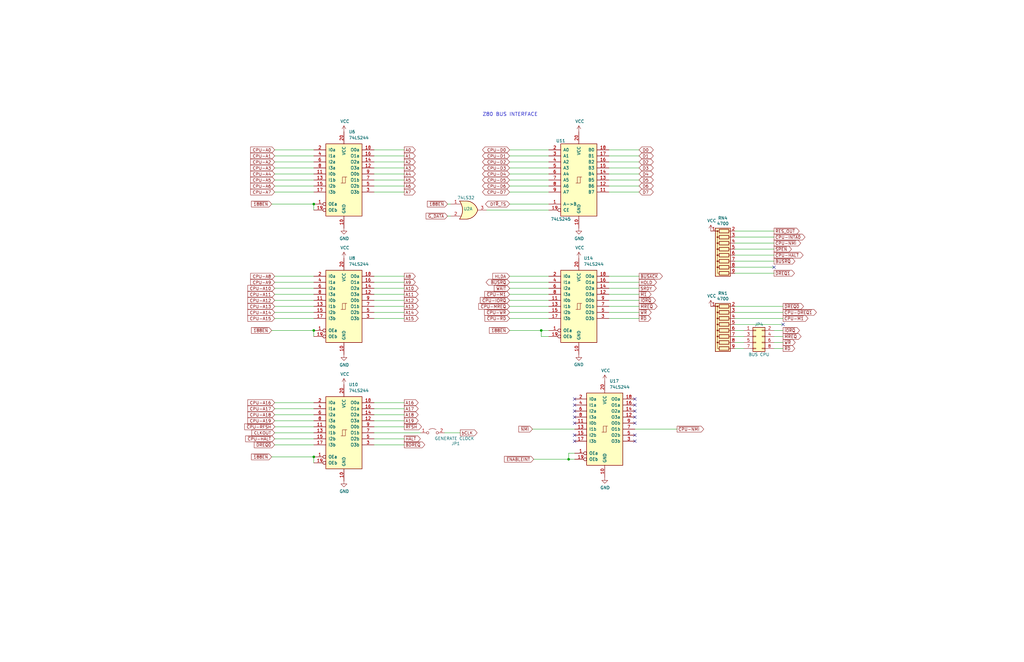
<source format=kicad_sch>
(kicad_sch (version 20211123) (generator eeschema)

  (uuid 86711b3b-1535-4bc5-89de-0c3ad8a96919)

  (paper "B")

  (title_block
    (title "Duodyne 80C188 CPU board")
    (date "2024-09-07")
    (rev "V0.6")
    (comment 1 "Based on a design by John R Coffman. ")
    (comment 2 " RetroBrew Computer Group")
  )

  (lib_symbols
    (symbol "74xx:74LS244" (pin_names (offset 1.016)) (in_bom yes) (on_board yes)
      (property "Reference" "U" (id 0) (at -7.62 16.51 0)
        (effects (font (size 1.27 1.27)))
      )
      (property "Value" "74LS244" (id 1) (at -7.62 -16.51 0)
        (effects (font (size 1.27 1.27)))
      )
      (property "Footprint" "" (id 2) (at 0 0 0)
        (effects (font (size 1.27 1.27)) hide)
      )
      (property "Datasheet" "http://www.ti.com/lit/ds/symlink/sn74ls244.pdf" (id 3) (at 0 0 0)
        (effects (font (size 1.27 1.27)) hide)
      )
      (property "ki_keywords" "7400 logic ttl low power schottky" (id 4) (at 0 0 0)
        (effects (font (size 1.27 1.27)) hide)
      )
      (property "ki_description" "Octal Buffer and Line Driver With 3-State Output, active-low enables, non-inverting outputs" (id 5) (at 0 0 0)
        (effects (font (size 1.27 1.27)) hide)
      )
      (property "ki_fp_filters" "DIP?20*" (id 6) (at 0 0 0)
        (effects (font (size 1.27 1.27)) hide)
      )
      (symbol "74LS244_1_0"
        (polyline
          (pts
            (xy -0.635 -1.27)
            (xy -0.635 1.27)
            (xy 0.635 1.27)
          )
          (stroke (width 0) (type default) (color 0 0 0 0))
          (fill (type none))
        )
        (polyline
          (pts
            (xy -1.27 -1.27)
            (xy 0.635 -1.27)
            (xy 0.635 1.27)
            (xy 1.27 1.27)
          )
          (stroke (width 0) (type default) (color 0 0 0 0))
          (fill (type none))
        )
        (pin input inverted (at -12.7 -10.16 0) (length 5.08)
          (name "OEa" (effects (font (size 1.27 1.27))))
          (number "1" (effects (font (size 1.27 1.27))))
        )
        (pin power_in line (at 0 -20.32 90) (length 5.08)
          (name "GND" (effects (font (size 1.27 1.27))))
          (number "10" (effects (font (size 1.27 1.27))))
        )
        (pin input line (at -12.7 2.54 0) (length 5.08)
          (name "I0b" (effects (font (size 1.27 1.27))))
          (number "11" (effects (font (size 1.27 1.27))))
        )
        (pin tri_state line (at 12.7 5.08 180) (length 5.08)
          (name "O3a" (effects (font (size 1.27 1.27))))
          (number "12" (effects (font (size 1.27 1.27))))
        )
        (pin input line (at -12.7 0 0) (length 5.08)
          (name "I1b" (effects (font (size 1.27 1.27))))
          (number "13" (effects (font (size 1.27 1.27))))
        )
        (pin tri_state line (at 12.7 7.62 180) (length 5.08)
          (name "O2a" (effects (font (size 1.27 1.27))))
          (number "14" (effects (font (size 1.27 1.27))))
        )
        (pin input line (at -12.7 -2.54 0) (length 5.08)
          (name "I2b" (effects (font (size 1.27 1.27))))
          (number "15" (effects (font (size 1.27 1.27))))
        )
        (pin tri_state line (at 12.7 10.16 180) (length 5.08)
          (name "O1a" (effects (font (size 1.27 1.27))))
          (number "16" (effects (font (size 1.27 1.27))))
        )
        (pin input line (at -12.7 -5.08 0) (length 5.08)
          (name "I3b" (effects (font (size 1.27 1.27))))
          (number "17" (effects (font (size 1.27 1.27))))
        )
        (pin tri_state line (at 12.7 12.7 180) (length 5.08)
          (name "O0a" (effects (font (size 1.27 1.27))))
          (number "18" (effects (font (size 1.27 1.27))))
        )
        (pin input inverted (at -12.7 -12.7 0) (length 5.08)
          (name "OEb" (effects (font (size 1.27 1.27))))
          (number "19" (effects (font (size 1.27 1.27))))
        )
        (pin input line (at -12.7 12.7 0) (length 5.08)
          (name "I0a" (effects (font (size 1.27 1.27))))
          (number "2" (effects (font (size 1.27 1.27))))
        )
        (pin power_in line (at 0 20.32 270) (length 5.08)
          (name "VCC" (effects (font (size 1.27 1.27))))
          (number "20" (effects (font (size 1.27 1.27))))
        )
        (pin tri_state line (at 12.7 -5.08 180) (length 5.08)
          (name "O3b" (effects (font (size 1.27 1.27))))
          (number "3" (effects (font (size 1.27 1.27))))
        )
        (pin input line (at -12.7 10.16 0) (length 5.08)
          (name "I1a" (effects (font (size 1.27 1.27))))
          (number "4" (effects (font (size 1.27 1.27))))
        )
        (pin tri_state line (at 12.7 -2.54 180) (length 5.08)
          (name "O2b" (effects (font (size 1.27 1.27))))
          (number "5" (effects (font (size 1.27 1.27))))
        )
        (pin input line (at -12.7 7.62 0) (length 5.08)
          (name "I2a" (effects (font (size 1.27 1.27))))
          (number "6" (effects (font (size 1.27 1.27))))
        )
        (pin tri_state line (at 12.7 0 180) (length 5.08)
          (name "O1b" (effects (font (size 1.27 1.27))))
          (number "7" (effects (font (size 1.27 1.27))))
        )
        (pin input line (at -12.7 5.08 0) (length 5.08)
          (name "I3a" (effects (font (size 1.27 1.27))))
          (number "8" (effects (font (size 1.27 1.27))))
        )
        (pin tri_state line (at 12.7 2.54 180) (length 5.08)
          (name "O0b" (effects (font (size 1.27 1.27))))
          (number "9" (effects (font (size 1.27 1.27))))
        )
      )
      (symbol "74LS244_1_1"
        (rectangle (start -7.62 15.24) (end 7.62 -15.24)
          (stroke (width 0.254) (type default) (color 0 0 0 0))
          (fill (type background))
        )
      )
    )
    (symbol "74xx:74LS245" (pin_names (offset 1.016)) (in_bom yes) (on_board yes)
      (property "Reference" "U" (id 0) (at -7.62 16.51 0)
        (effects (font (size 1.27 1.27)))
      )
      (property "Value" "74LS245" (id 1) (at -7.62 -16.51 0)
        (effects (font (size 1.27 1.27)))
      )
      (property "Footprint" "" (id 2) (at 0 0 0)
        (effects (font (size 1.27 1.27)) hide)
      )
      (property "Datasheet" "http://www.ti.com/lit/gpn/sn74LS245" (id 3) (at 0 0 0)
        (effects (font (size 1.27 1.27)) hide)
      )
      (property "ki_locked" "" (id 4) (at 0 0 0)
        (effects (font (size 1.27 1.27)))
      )
      (property "ki_keywords" "TTL BUS 3State" (id 5) (at 0 0 0)
        (effects (font (size 1.27 1.27)) hide)
      )
      (property "ki_description" "Octal BUS Transceivers, 3-State outputs" (id 6) (at 0 0 0)
        (effects (font (size 1.27 1.27)) hide)
      )
      (property "ki_fp_filters" "DIP?20*" (id 7) (at 0 0 0)
        (effects (font (size 1.27 1.27)) hide)
      )
      (symbol "74LS245_1_0"
        (polyline
          (pts
            (xy -0.635 -1.27)
            (xy -0.635 1.27)
            (xy 0.635 1.27)
          )
          (stroke (width 0) (type default) (color 0 0 0 0))
          (fill (type none))
        )
        (polyline
          (pts
            (xy -1.27 -1.27)
            (xy 0.635 -1.27)
            (xy 0.635 1.27)
            (xy 1.27 1.27)
          )
          (stroke (width 0) (type default) (color 0 0 0 0))
          (fill (type none))
        )
        (pin input line (at -12.7 -10.16 0) (length 5.08)
          (name "A->B" (effects (font (size 1.27 1.27))))
          (number "1" (effects (font (size 1.27 1.27))))
        )
        (pin power_in line (at 0 -20.32 90) (length 5.08)
          (name "GND" (effects (font (size 1.27 1.27))))
          (number "10" (effects (font (size 1.27 1.27))))
        )
        (pin tri_state line (at 12.7 -5.08 180) (length 5.08)
          (name "B7" (effects (font (size 1.27 1.27))))
          (number "11" (effects (font (size 1.27 1.27))))
        )
        (pin tri_state line (at 12.7 -2.54 180) (length 5.08)
          (name "B6" (effects (font (size 1.27 1.27))))
          (number "12" (effects (font (size 1.27 1.27))))
        )
        (pin tri_state line (at 12.7 0 180) (length 5.08)
          (name "B5" (effects (font (size 1.27 1.27))))
          (number "13" (effects (font (size 1.27 1.27))))
        )
        (pin tri_state line (at 12.7 2.54 180) (length 5.08)
          (name "B4" (effects (font (size 1.27 1.27))))
          (number "14" (effects (font (size 1.27 1.27))))
        )
        (pin tri_state line (at 12.7 5.08 180) (length 5.08)
          (name "B3" (effects (font (size 1.27 1.27))))
          (number "15" (effects (font (size 1.27 1.27))))
        )
        (pin tri_state line (at 12.7 7.62 180) (length 5.08)
          (name "B2" (effects (font (size 1.27 1.27))))
          (number "16" (effects (font (size 1.27 1.27))))
        )
        (pin tri_state line (at 12.7 10.16 180) (length 5.08)
          (name "B1" (effects (font (size 1.27 1.27))))
          (number "17" (effects (font (size 1.27 1.27))))
        )
        (pin tri_state line (at 12.7 12.7 180) (length 5.08)
          (name "B0" (effects (font (size 1.27 1.27))))
          (number "18" (effects (font (size 1.27 1.27))))
        )
        (pin input inverted (at -12.7 -12.7 0) (length 5.08)
          (name "CE" (effects (font (size 1.27 1.27))))
          (number "19" (effects (font (size 1.27 1.27))))
        )
        (pin tri_state line (at -12.7 12.7 0) (length 5.08)
          (name "A0" (effects (font (size 1.27 1.27))))
          (number "2" (effects (font (size 1.27 1.27))))
        )
        (pin power_in line (at 0 20.32 270) (length 5.08)
          (name "VCC" (effects (font (size 1.27 1.27))))
          (number "20" (effects (font (size 1.27 1.27))))
        )
        (pin tri_state line (at -12.7 10.16 0) (length 5.08)
          (name "A1" (effects (font (size 1.27 1.27))))
          (number "3" (effects (font (size 1.27 1.27))))
        )
        (pin tri_state line (at -12.7 7.62 0) (length 5.08)
          (name "A2" (effects (font (size 1.27 1.27))))
          (number "4" (effects (font (size 1.27 1.27))))
        )
        (pin tri_state line (at -12.7 5.08 0) (length 5.08)
          (name "A3" (effects (font (size 1.27 1.27))))
          (number "5" (effects (font (size 1.27 1.27))))
        )
        (pin tri_state line (at -12.7 2.54 0) (length 5.08)
          (name "A4" (effects (font (size 1.27 1.27))))
          (number "6" (effects (font (size 1.27 1.27))))
        )
        (pin tri_state line (at -12.7 0 0) (length 5.08)
          (name "A5" (effects (font (size 1.27 1.27))))
          (number "7" (effects (font (size 1.27 1.27))))
        )
        (pin tri_state line (at -12.7 -2.54 0) (length 5.08)
          (name "A6" (effects (font (size 1.27 1.27))))
          (number "8" (effects (font (size 1.27 1.27))))
        )
        (pin tri_state line (at -12.7 -5.08 0) (length 5.08)
          (name "A7" (effects (font (size 1.27 1.27))))
          (number "9" (effects (font (size 1.27 1.27))))
        )
      )
      (symbol "74LS245_1_1"
        (rectangle (start -7.62 15.24) (end 7.62 -15.24)
          (stroke (width 0.254) (type default) (color 0 0 0 0))
          (fill (type background))
        )
      )
    )
    (symbol "74xx:74LS32" (pin_names (offset 1.016)) (in_bom yes) (on_board yes)
      (property "Reference" "U" (id 0) (at 0 1.27 0)
        (effects (font (size 1.27 1.27)))
      )
      (property "Value" "74LS32" (id 1) (at 0 -1.27 0)
        (effects (font (size 1.27 1.27)))
      )
      (property "Footprint" "" (id 2) (at 0 0 0)
        (effects (font (size 1.27 1.27)) hide)
      )
      (property "Datasheet" "http://www.ti.com/lit/gpn/sn74LS32" (id 3) (at 0 0 0)
        (effects (font (size 1.27 1.27)) hide)
      )
      (property "ki_locked" "" (id 4) (at 0 0 0)
        (effects (font (size 1.27 1.27)))
      )
      (property "ki_keywords" "TTL Or2" (id 5) (at 0 0 0)
        (effects (font (size 1.27 1.27)) hide)
      )
      (property "ki_description" "Quad 2-input OR" (id 6) (at 0 0 0)
        (effects (font (size 1.27 1.27)) hide)
      )
      (property "ki_fp_filters" "DIP?14*" (id 7) (at 0 0 0)
        (effects (font (size 1.27 1.27)) hide)
      )
      (symbol "74LS32_1_1"
        (arc (start -3.81 -3.81) (mid -2.589 0) (end -3.81 3.81)
          (stroke (width 0.254) (type default) (color 0 0 0 0))
          (fill (type none))
        )
        (arc (start -0.6096 -3.81) (mid 2.1842 -2.5851) (end 3.81 0)
          (stroke (width 0.254) (type default) (color 0 0 0 0))
          (fill (type background))
        )
        (polyline
          (pts
            (xy -3.81 -3.81)
            (xy -0.635 -3.81)
          )
          (stroke (width 0.254) (type default) (color 0 0 0 0))
          (fill (type background))
        )
        (polyline
          (pts
            (xy -3.81 3.81)
            (xy -0.635 3.81)
          )
          (stroke (width 0.254) (type default) (color 0 0 0 0))
          (fill (type background))
        )
        (polyline
          (pts
            (xy -0.635 3.81)
            (xy -3.81 3.81)
            (xy -3.81 3.81)
            (xy -3.556 3.4036)
            (xy -3.0226 2.2606)
            (xy -2.6924 1.0414)
            (xy -2.6162 -0.254)
            (xy -2.7686 -1.4986)
            (xy -3.175 -2.7178)
            (xy -3.81 -3.81)
            (xy -3.81 -3.81)
            (xy -0.635 -3.81)
          )
          (stroke (width -25.4) (type default) (color 0 0 0 0))
          (fill (type background))
        )
        (arc (start 3.81 0) (mid 2.1915 2.5936) (end -0.6096 3.81)
          (stroke (width 0.254) (type default) (color 0 0 0 0))
          (fill (type background))
        )
        (pin input line (at -7.62 2.54 0) (length 4.318)
          (name "~" (effects (font (size 1.27 1.27))))
          (number "1" (effects (font (size 1.27 1.27))))
        )
        (pin input line (at -7.62 -2.54 0) (length 4.318)
          (name "~" (effects (font (size 1.27 1.27))))
          (number "2" (effects (font (size 1.27 1.27))))
        )
        (pin output line (at 7.62 0 180) (length 3.81)
          (name "~" (effects (font (size 1.27 1.27))))
          (number "3" (effects (font (size 1.27 1.27))))
        )
      )
      (symbol "74LS32_1_2"
        (arc (start 0 -3.81) (mid 3.81 0) (end 0 3.81)
          (stroke (width 0.254) (type default) (color 0 0 0 0))
          (fill (type background))
        )
        (polyline
          (pts
            (xy 0 3.81)
            (xy -3.81 3.81)
            (xy -3.81 -3.81)
            (xy 0 -3.81)
          )
          (stroke (width 0.254) (type default) (color 0 0 0 0))
          (fill (type background))
        )
        (pin input inverted (at -7.62 2.54 0) (length 3.81)
          (name "~" (effects (font (size 1.27 1.27))))
          (number "1" (effects (font (size 1.27 1.27))))
        )
        (pin input inverted (at -7.62 -2.54 0) (length 3.81)
          (name "~" (effects (font (size 1.27 1.27))))
          (number "2" (effects (font (size 1.27 1.27))))
        )
        (pin output inverted (at 7.62 0 180) (length 3.81)
          (name "~" (effects (font (size 1.27 1.27))))
          (number "3" (effects (font (size 1.27 1.27))))
        )
      )
      (symbol "74LS32_2_1"
        (arc (start -3.81 -3.81) (mid -2.589 0) (end -3.81 3.81)
          (stroke (width 0.254) (type default) (color 0 0 0 0))
          (fill (type none))
        )
        (arc (start -0.6096 -3.81) (mid 2.1842 -2.5851) (end 3.81 0)
          (stroke (width 0.254) (type default) (color 0 0 0 0))
          (fill (type background))
        )
        (polyline
          (pts
            (xy -3.81 -3.81)
            (xy -0.635 -3.81)
          )
          (stroke (width 0.254) (type default) (color 0 0 0 0))
          (fill (type background))
        )
        (polyline
          (pts
            (xy -3.81 3.81)
            (xy -0.635 3.81)
          )
          (stroke (width 0.254) (type default) (color 0 0 0 0))
          (fill (type background))
        )
        (polyline
          (pts
            (xy -0.635 3.81)
            (xy -3.81 3.81)
            (xy -3.81 3.81)
            (xy -3.556 3.4036)
            (xy -3.0226 2.2606)
            (xy -2.6924 1.0414)
            (xy -2.6162 -0.254)
            (xy -2.7686 -1.4986)
            (xy -3.175 -2.7178)
            (xy -3.81 -3.81)
            (xy -3.81 -3.81)
            (xy -0.635 -3.81)
          )
          (stroke (width -25.4) (type default) (color 0 0 0 0))
          (fill (type background))
        )
        (arc (start 3.81 0) (mid 2.1915 2.5936) (end -0.6096 3.81)
          (stroke (width 0.254) (type default) (color 0 0 0 0))
          (fill (type background))
        )
        (pin input line (at -7.62 2.54 0) (length 4.318)
          (name "~" (effects (font (size 1.27 1.27))))
          (number "4" (effects (font (size 1.27 1.27))))
        )
        (pin input line (at -7.62 -2.54 0) (length 4.318)
          (name "~" (effects (font (size 1.27 1.27))))
          (number "5" (effects (font (size 1.27 1.27))))
        )
        (pin output line (at 7.62 0 180) (length 3.81)
          (name "~" (effects (font (size 1.27 1.27))))
          (number "6" (effects (font (size 1.27 1.27))))
        )
      )
      (symbol "74LS32_2_2"
        (arc (start 0 -3.81) (mid 3.81 0) (end 0 3.81)
          (stroke (width 0.254) (type default) (color 0 0 0 0))
          (fill (type background))
        )
        (polyline
          (pts
            (xy 0 3.81)
            (xy -3.81 3.81)
            (xy -3.81 -3.81)
            (xy 0 -3.81)
          )
          (stroke (width 0.254) (type default) (color 0 0 0 0))
          (fill (type background))
        )
        (pin input inverted (at -7.62 2.54 0) (length 3.81)
          (name "~" (effects (font (size 1.27 1.27))))
          (number "4" (effects (font (size 1.27 1.27))))
        )
        (pin input inverted (at -7.62 -2.54 0) (length 3.81)
          (name "~" (effects (font (size 1.27 1.27))))
          (number "5" (effects (font (size 1.27 1.27))))
        )
        (pin output inverted (at 7.62 0 180) (length 3.81)
          (name "~" (effects (font (size 1.27 1.27))))
          (number "6" (effects (font (size 1.27 1.27))))
        )
      )
      (symbol "74LS32_3_1"
        (arc (start -3.81 -3.81) (mid -2.589 0) (end -3.81 3.81)
          (stroke (width 0.254) (type default) (color 0 0 0 0))
          (fill (type none))
        )
        (arc (start -0.6096 -3.81) (mid 2.1842 -2.5851) (end 3.81 0)
          (stroke (width 0.254) (type default) (color 0 0 0 0))
          (fill (type background))
        )
        (polyline
          (pts
            (xy -3.81 -3.81)
            (xy -0.635 -3.81)
          )
          (stroke (width 0.254) (type default) (color 0 0 0 0))
          (fill (type background))
        )
        (polyline
          (pts
            (xy -3.81 3.81)
            (xy -0.635 3.81)
          )
          (stroke (width 0.254) (type default) (color 0 0 0 0))
          (fill (type background))
        )
        (polyline
          (pts
            (xy -0.635 3.81)
            (xy -3.81 3.81)
            (xy -3.81 3.81)
            (xy -3.556 3.4036)
            (xy -3.0226 2.2606)
            (xy -2.6924 1.0414)
            (xy -2.6162 -0.254)
            (xy -2.7686 -1.4986)
            (xy -3.175 -2.7178)
            (xy -3.81 -3.81)
            (xy -3.81 -3.81)
            (xy -0.635 -3.81)
          )
          (stroke (width -25.4) (type default) (color 0 0 0 0))
          (fill (type background))
        )
        (arc (start 3.81 0) (mid 2.1915 2.5936) (end -0.6096 3.81)
          (stroke (width 0.254) (type default) (color 0 0 0 0))
          (fill (type background))
        )
        (pin input line (at -7.62 -2.54 0) (length 4.318)
          (name "~" (effects (font (size 1.27 1.27))))
          (number "10" (effects (font (size 1.27 1.27))))
        )
        (pin output line (at 7.62 0 180) (length 3.81)
          (name "~" (effects (font (size 1.27 1.27))))
          (number "8" (effects (font (size 1.27 1.27))))
        )
        (pin input line (at -7.62 2.54 0) (length 4.318)
          (name "~" (effects (font (size 1.27 1.27))))
          (number "9" (effects (font (size 1.27 1.27))))
        )
      )
      (symbol "74LS32_3_2"
        (arc (start 0 -3.81) (mid 3.81 0) (end 0 3.81)
          (stroke (width 0.254) (type default) (color 0 0 0 0))
          (fill (type background))
        )
        (polyline
          (pts
            (xy 0 3.81)
            (xy -3.81 3.81)
            (xy -3.81 -3.81)
            (xy 0 -3.81)
          )
          (stroke (width 0.254) (type default) (color 0 0 0 0))
          (fill (type background))
        )
        (pin input inverted (at -7.62 -2.54 0) (length 3.81)
          (name "~" (effects (font (size 1.27 1.27))))
          (number "10" (effects (font (size 1.27 1.27))))
        )
        (pin output inverted (at 7.62 0 180) (length 3.81)
          (name "~" (effects (font (size 1.27 1.27))))
          (number "8" (effects (font (size 1.27 1.27))))
        )
        (pin input inverted (at -7.62 2.54 0) (length 3.81)
          (name "~" (effects (font (size 1.27 1.27))))
          (number "9" (effects (font (size 1.27 1.27))))
        )
      )
      (symbol "74LS32_4_1"
        (arc (start -3.81 -3.81) (mid -2.589 0) (end -3.81 3.81)
          (stroke (width 0.254) (type default) (color 0 0 0 0))
          (fill (type none))
        )
        (arc (start -0.6096 -3.81) (mid 2.1842 -2.5851) (end 3.81 0)
          (stroke (width 0.254) (type default) (color 0 0 0 0))
          (fill (type background))
        )
        (polyline
          (pts
            (xy -3.81 -3.81)
            (xy -0.635 -3.81)
          )
          (stroke (width 0.254) (type default) (color 0 0 0 0))
          (fill (type background))
        )
        (polyline
          (pts
            (xy -3.81 3.81)
            (xy -0.635 3.81)
          )
          (stroke (width 0.254) (type default) (color 0 0 0 0))
          (fill (type background))
        )
        (polyline
          (pts
            (xy -0.635 3.81)
            (xy -3.81 3.81)
            (xy -3.81 3.81)
            (xy -3.556 3.4036)
            (xy -3.0226 2.2606)
            (xy -2.6924 1.0414)
            (xy -2.6162 -0.254)
            (xy -2.7686 -1.4986)
            (xy -3.175 -2.7178)
            (xy -3.81 -3.81)
            (xy -3.81 -3.81)
            (xy -0.635 -3.81)
          )
          (stroke (width -25.4) (type default) (color 0 0 0 0))
          (fill (type background))
        )
        (arc (start 3.81 0) (mid 2.1915 2.5936) (end -0.6096 3.81)
          (stroke (width 0.254) (type default) (color 0 0 0 0))
          (fill (type background))
        )
        (pin output line (at 7.62 0 180) (length 3.81)
          (name "~" (effects (font (size 1.27 1.27))))
          (number "11" (effects (font (size 1.27 1.27))))
        )
        (pin input line (at -7.62 2.54 0) (length 4.318)
          (name "~" (effects (font (size 1.27 1.27))))
          (number "12" (effects (font (size 1.27 1.27))))
        )
        (pin input line (at -7.62 -2.54 0) (length 4.318)
          (name "~" (effects (font (size 1.27 1.27))))
          (number "13" (effects (font (size 1.27 1.27))))
        )
      )
      (symbol "74LS32_4_2"
        (arc (start 0 -3.81) (mid 3.81 0) (end 0 3.81)
          (stroke (width 0.254) (type default) (color 0 0 0 0))
          (fill (type background))
        )
        (polyline
          (pts
            (xy 0 3.81)
            (xy -3.81 3.81)
            (xy -3.81 -3.81)
            (xy 0 -3.81)
          )
          (stroke (width 0.254) (type default) (color 0 0 0 0))
          (fill (type background))
        )
        (pin output inverted (at 7.62 0 180) (length 3.81)
          (name "~" (effects (font (size 1.27 1.27))))
          (number "11" (effects (font (size 1.27 1.27))))
        )
        (pin input inverted (at -7.62 2.54 0) (length 3.81)
          (name "~" (effects (font (size 1.27 1.27))))
          (number "12" (effects (font (size 1.27 1.27))))
        )
        (pin input inverted (at -7.62 -2.54 0) (length 3.81)
          (name "~" (effects (font (size 1.27 1.27))))
          (number "13" (effects (font (size 1.27 1.27))))
        )
      )
      (symbol "74LS32_5_0"
        (pin power_in line (at 0 12.7 270) (length 5.08)
          (name "VCC" (effects (font (size 1.27 1.27))))
          (number "14" (effects (font (size 1.27 1.27))))
        )
        (pin power_in line (at 0 -12.7 90) (length 5.08)
          (name "GND" (effects (font (size 1.27 1.27))))
          (number "7" (effects (font (size 1.27 1.27))))
        )
      )
      (symbol "74LS32_5_1"
        (rectangle (start -5.08 7.62) (end 5.08 -7.62)
          (stroke (width 0.254) (type default) (color 0 0 0 0))
          (fill (type background))
        )
      )
    )
    (symbol "Connector_Generic:Conn_02x04_Odd_Even" (pin_names (offset 1.016) hide) (in_bom yes) (on_board yes)
      (property "Reference" "J" (id 0) (at 1.27 5.08 0)
        (effects (font (size 1.27 1.27)))
      )
      (property "Value" "Conn_02x04_Odd_Even" (id 1) (at 1.27 -7.62 0)
        (effects (font (size 1.27 1.27)))
      )
      (property "Footprint" "" (id 2) (at 0 0 0)
        (effects (font (size 1.27 1.27)) hide)
      )
      (property "Datasheet" "~" (id 3) (at 0 0 0)
        (effects (font (size 1.27 1.27)) hide)
      )
      (property "ki_keywords" "connector" (id 4) (at 0 0 0)
        (effects (font (size 1.27 1.27)) hide)
      )
      (property "ki_description" "Generic connector, double row, 02x04, odd/even pin numbering scheme (row 1 odd numbers, row 2 even numbers), script generated (kicad-library-utils/schlib/autogen/connector/)" (id 5) (at 0 0 0)
        (effects (font (size 1.27 1.27)) hide)
      )
      (property "ki_fp_filters" "Connector*:*_2x??_*" (id 6) (at 0 0 0)
        (effects (font (size 1.27 1.27)) hide)
      )
      (symbol "Conn_02x04_Odd_Even_1_1"
        (rectangle (start -1.27 -4.953) (end 0 -5.207)
          (stroke (width 0.1524) (type default) (color 0 0 0 0))
          (fill (type none))
        )
        (rectangle (start -1.27 -2.413) (end 0 -2.667)
          (stroke (width 0.1524) (type default) (color 0 0 0 0))
          (fill (type none))
        )
        (rectangle (start -1.27 0.127) (end 0 -0.127)
          (stroke (width 0.1524) (type default) (color 0 0 0 0))
          (fill (type none))
        )
        (rectangle (start -1.27 2.667) (end 0 2.413)
          (stroke (width 0.1524) (type default) (color 0 0 0 0))
          (fill (type none))
        )
        (rectangle (start -1.27 3.81) (end 3.81 -6.35)
          (stroke (width 0.254) (type default) (color 0 0 0 0))
          (fill (type background))
        )
        (rectangle (start 3.81 -4.953) (end 2.54 -5.207)
          (stroke (width 0.1524) (type default) (color 0 0 0 0))
          (fill (type none))
        )
        (rectangle (start 3.81 -2.413) (end 2.54 -2.667)
          (stroke (width 0.1524) (type default) (color 0 0 0 0))
          (fill (type none))
        )
        (rectangle (start 3.81 0.127) (end 2.54 -0.127)
          (stroke (width 0.1524) (type default) (color 0 0 0 0))
          (fill (type none))
        )
        (rectangle (start 3.81 2.667) (end 2.54 2.413)
          (stroke (width 0.1524) (type default) (color 0 0 0 0))
          (fill (type none))
        )
        (pin passive line (at -5.08 2.54 0) (length 3.81)
          (name "Pin_1" (effects (font (size 1.27 1.27))))
          (number "1" (effects (font (size 1.27 1.27))))
        )
        (pin passive line (at 7.62 2.54 180) (length 3.81)
          (name "Pin_2" (effects (font (size 1.27 1.27))))
          (number "2" (effects (font (size 1.27 1.27))))
        )
        (pin passive line (at -5.08 0 0) (length 3.81)
          (name "Pin_3" (effects (font (size 1.27 1.27))))
          (number "3" (effects (font (size 1.27 1.27))))
        )
        (pin passive line (at 7.62 0 180) (length 3.81)
          (name "Pin_4" (effects (font (size 1.27 1.27))))
          (number "4" (effects (font (size 1.27 1.27))))
        )
        (pin passive line (at -5.08 -2.54 0) (length 3.81)
          (name "Pin_5" (effects (font (size 1.27 1.27))))
          (number "5" (effects (font (size 1.27 1.27))))
        )
        (pin passive line (at 7.62 -2.54 180) (length 3.81)
          (name "Pin_6" (effects (font (size 1.27 1.27))))
          (number "6" (effects (font (size 1.27 1.27))))
        )
        (pin passive line (at -5.08 -5.08 0) (length 3.81)
          (name "Pin_7" (effects (font (size 1.27 1.27))))
          (number "7" (effects (font (size 1.27 1.27))))
        )
        (pin passive line (at 7.62 -5.08 180) (length 3.81)
          (name "Pin_8" (effects (font (size 1.27 1.27))))
          (number "8" (effects (font (size 1.27 1.27))))
        )
      )
    )
    (symbol "Device:R_Network08" (pin_names (offset 0) hide) (in_bom yes) (on_board yes)
      (property "Reference" "RN" (id 0) (at -12.7 0 90)
        (effects (font (size 1.27 1.27)))
      )
      (property "Value" "R_Network08" (id 1) (at 10.16 0 90)
        (effects (font (size 1.27 1.27)))
      )
      (property "Footprint" "Resistor_THT:R_Array_SIP9" (id 2) (at 12.065 0 90)
        (effects (font (size 1.27 1.27)) hide)
      )
      (property "Datasheet" "http://www.vishay.com/docs/31509/csc.pdf" (id 3) (at 0 0 0)
        (effects (font (size 1.27 1.27)) hide)
      )
      (property "ki_keywords" "R network star-topology" (id 4) (at 0 0 0)
        (effects (font (size 1.27 1.27)) hide)
      )
      (property "ki_description" "8 resistor network, star topology, bussed resistors, small symbol" (id 5) (at 0 0 0)
        (effects (font (size 1.27 1.27)) hide)
      )
      (property "ki_fp_filters" "R?Array?SIP*" (id 6) (at 0 0 0)
        (effects (font (size 1.27 1.27)) hide)
      )
      (symbol "R_Network08_0_1"
        (rectangle (start -11.43 -3.175) (end 8.89 3.175)
          (stroke (width 0.254) (type default) (color 0 0 0 0))
          (fill (type background))
        )
        (rectangle (start -10.922 1.524) (end -9.398 -2.54)
          (stroke (width 0.254) (type default) (color 0 0 0 0))
          (fill (type none))
        )
        (circle (center -10.16 2.286) (radius 0.254)
          (stroke (width 0) (type default) (color 0 0 0 0))
          (fill (type outline))
        )
        (rectangle (start -8.382 1.524) (end -6.858 -2.54)
          (stroke (width 0.254) (type default) (color 0 0 0 0))
          (fill (type none))
        )
        (circle (center -7.62 2.286) (radius 0.254)
          (stroke (width 0) (type default) (color 0 0 0 0))
          (fill (type outline))
        )
        (rectangle (start -5.842 1.524) (end -4.318 -2.54)
          (stroke (width 0.254) (type default) (color 0 0 0 0))
          (fill (type none))
        )
        (circle (center -5.08 2.286) (radius 0.254)
          (stroke (width 0) (type default) (color 0 0 0 0))
          (fill (type outline))
        )
        (rectangle (start -3.302 1.524) (end -1.778 -2.54)
          (stroke (width 0.254) (type default) (color 0 0 0 0))
          (fill (type none))
        )
        (circle (center -2.54 2.286) (radius 0.254)
          (stroke (width 0) (type default) (color 0 0 0 0))
          (fill (type outline))
        )
        (rectangle (start -0.762 1.524) (end 0.762 -2.54)
          (stroke (width 0.254) (type default) (color 0 0 0 0))
          (fill (type none))
        )
        (polyline
          (pts
            (xy -10.16 -2.54)
            (xy -10.16 -3.81)
          )
          (stroke (width 0) (type default) (color 0 0 0 0))
          (fill (type none))
        )
        (polyline
          (pts
            (xy -7.62 -2.54)
            (xy -7.62 -3.81)
          )
          (stroke (width 0) (type default) (color 0 0 0 0))
          (fill (type none))
        )
        (polyline
          (pts
            (xy -5.08 -2.54)
            (xy -5.08 -3.81)
          )
          (stroke (width 0) (type default) (color 0 0 0 0))
          (fill (type none))
        )
        (polyline
          (pts
            (xy -2.54 -2.54)
            (xy -2.54 -3.81)
          )
          (stroke (width 0) (type default) (color 0 0 0 0))
          (fill (type none))
        )
        (polyline
          (pts
            (xy 0 -2.54)
            (xy 0 -3.81)
          )
          (stroke (width 0) (type default) (color 0 0 0 0))
          (fill (type none))
        )
        (polyline
          (pts
            (xy 2.54 -2.54)
            (xy 2.54 -3.81)
          )
          (stroke (width 0) (type default) (color 0 0 0 0))
          (fill (type none))
        )
        (polyline
          (pts
            (xy 5.08 -2.54)
            (xy 5.08 -3.81)
          )
          (stroke (width 0) (type default) (color 0 0 0 0))
          (fill (type none))
        )
        (polyline
          (pts
            (xy 7.62 -2.54)
            (xy 7.62 -3.81)
          )
          (stroke (width 0) (type default) (color 0 0 0 0))
          (fill (type none))
        )
        (polyline
          (pts
            (xy -10.16 1.524)
            (xy -10.16 2.286)
            (xy -7.62 2.286)
            (xy -7.62 1.524)
          )
          (stroke (width 0) (type default) (color 0 0 0 0))
          (fill (type none))
        )
        (polyline
          (pts
            (xy -7.62 1.524)
            (xy -7.62 2.286)
            (xy -5.08 2.286)
            (xy -5.08 1.524)
          )
          (stroke (width 0) (type default) (color 0 0 0 0))
          (fill (type none))
        )
        (polyline
          (pts
            (xy -5.08 1.524)
            (xy -5.08 2.286)
            (xy -2.54 2.286)
            (xy -2.54 1.524)
          )
          (stroke (width 0) (type default) (color 0 0 0 0))
          (fill (type none))
        )
        (polyline
          (pts
            (xy -2.54 1.524)
            (xy -2.54 2.286)
            (xy 0 2.286)
            (xy 0 1.524)
          )
          (stroke (width 0) (type default) (color 0 0 0 0))
          (fill (type none))
        )
        (polyline
          (pts
            (xy 0 1.524)
            (xy 0 2.286)
            (xy 2.54 2.286)
            (xy 2.54 1.524)
          )
          (stroke (width 0) (type default) (color 0 0 0 0))
          (fill (type none))
        )
        (polyline
          (pts
            (xy 2.54 1.524)
            (xy 2.54 2.286)
            (xy 5.08 2.286)
            (xy 5.08 1.524)
          )
          (stroke (width 0) (type default) (color 0 0 0 0))
          (fill (type none))
        )
        (polyline
          (pts
            (xy 5.08 1.524)
            (xy 5.08 2.286)
            (xy 7.62 2.286)
            (xy 7.62 1.524)
          )
          (stroke (width 0) (type default) (color 0 0 0 0))
          (fill (type none))
        )
        (circle (center 0 2.286) (radius 0.254)
          (stroke (width 0) (type default) (color 0 0 0 0))
          (fill (type outline))
        )
        (rectangle (start 1.778 1.524) (end 3.302 -2.54)
          (stroke (width 0.254) (type default) (color 0 0 0 0))
          (fill (type none))
        )
        (circle (center 2.54 2.286) (radius 0.254)
          (stroke (width 0) (type default) (color 0 0 0 0))
          (fill (type outline))
        )
        (rectangle (start 4.318 1.524) (end 5.842 -2.54)
          (stroke (width 0.254) (type default) (color 0 0 0 0))
          (fill (type none))
        )
        (circle (center 5.08 2.286) (radius 0.254)
          (stroke (width 0) (type default) (color 0 0 0 0))
          (fill (type outline))
        )
        (rectangle (start 6.858 1.524) (end 8.382 -2.54)
          (stroke (width 0.254) (type default) (color 0 0 0 0))
          (fill (type none))
        )
      )
      (symbol "R_Network08_1_1"
        (pin passive line (at -10.16 5.08 270) (length 2.54)
          (name "common" (effects (font (size 1.27 1.27))))
          (number "1" (effects (font (size 1.27 1.27))))
        )
        (pin passive line (at -10.16 -5.08 90) (length 1.27)
          (name "R1" (effects (font (size 1.27 1.27))))
          (number "2" (effects (font (size 1.27 1.27))))
        )
        (pin passive line (at -7.62 -5.08 90) (length 1.27)
          (name "R2" (effects (font (size 1.27 1.27))))
          (number "3" (effects (font (size 1.27 1.27))))
        )
        (pin passive line (at -5.08 -5.08 90) (length 1.27)
          (name "R3" (effects (font (size 1.27 1.27))))
          (number "4" (effects (font (size 1.27 1.27))))
        )
        (pin passive line (at -2.54 -5.08 90) (length 1.27)
          (name "R4" (effects (font (size 1.27 1.27))))
          (number "5" (effects (font (size 1.27 1.27))))
        )
        (pin passive line (at 0 -5.08 90) (length 1.27)
          (name "R5" (effects (font (size 1.27 1.27))))
          (number "6" (effects (font (size 1.27 1.27))))
        )
        (pin passive line (at 2.54 -5.08 90) (length 1.27)
          (name "R6" (effects (font (size 1.27 1.27))))
          (number "7" (effects (font (size 1.27 1.27))))
        )
        (pin passive line (at 5.08 -5.08 90) (length 1.27)
          (name "R7" (effects (font (size 1.27 1.27))))
          (number "8" (effects (font (size 1.27 1.27))))
        )
        (pin passive line (at 7.62 -5.08 90) (length 1.27)
          (name "R8" (effects (font (size 1.27 1.27))))
          (number "9" (effects (font (size 1.27 1.27))))
        )
      )
    )
    (symbol "Jumper:Jumper_2_Open" (pin_names (offset 0) hide) (in_bom yes) (on_board yes)
      (property "Reference" "JP" (id 0) (at 0 2.794 0)
        (effects (font (size 1.27 1.27)))
      )
      (property "Value" "Jumper_2_Open" (id 1) (at 0 -2.286 0)
        (effects (font (size 1.27 1.27)))
      )
      (property "Footprint" "" (id 2) (at 0 0 0)
        (effects (font (size 1.27 1.27)) hide)
      )
      (property "Datasheet" "~" (id 3) (at 0 0 0)
        (effects (font (size 1.27 1.27)) hide)
      )
      (property "ki_keywords" "Jumper SPST" (id 4) (at 0 0 0)
        (effects (font (size 1.27 1.27)) hide)
      )
      (property "ki_description" "Jumper, 2-pole, open" (id 5) (at 0 0 0)
        (effects (font (size 1.27 1.27)) hide)
      )
      (property "ki_fp_filters" "Jumper* TestPoint*2Pads* TestPoint*Bridge*" (id 6) (at 0 0 0)
        (effects (font (size 1.27 1.27)) hide)
      )
      (symbol "Jumper_2_Open_0_0"
        (circle (center -2.032 0) (radius 0.508)
          (stroke (width 0) (type default) (color 0 0 0 0))
          (fill (type none))
        )
        (circle (center 2.032 0) (radius 0.508)
          (stroke (width 0) (type default) (color 0 0 0 0))
          (fill (type none))
        )
      )
      (symbol "Jumper_2_Open_0_1"
        (arc (start 1.524 1.27) (mid 0 1.778) (end -1.524 1.27)
          (stroke (width 0) (type default) (color 0 0 0 0))
          (fill (type none))
        )
      )
      (symbol "Jumper_2_Open_1_1"
        (pin passive line (at -5.08 0 0) (length 2.54)
          (name "A" (effects (font (size 1.27 1.27))))
          (number "1" (effects (font (size 1.27 1.27))))
        )
        (pin passive line (at 5.08 0 180) (length 2.54)
          (name "B" (effects (font (size 1.27 1.27))))
          (number "2" (effects (font (size 1.27 1.27))))
        )
      )
    )
    (symbol "power:GND" (power) (pin_names (offset 0)) (in_bom yes) (on_board yes)
      (property "Reference" "#PWR" (id 0) (at 0 -6.35 0)
        (effects (font (size 1.27 1.27)) hide)
      )
      (property "Value" "GND" (id 1) (at 0 -3.81 0)
        (effects (font (size 1.27 1.27)))
      )
      (property "Footprint" "" (id 2) (at 0 0 0)
        (effects (font (size 1.27 1.27)) hide)
      )
      (property "Datasheet" "" (id 3) (at 0 0 0)
        (effects (font (size 1.27 1.27)) hide)
      )
      (property "ki_keywords" "global power" (id 4) (at 0 0 0)
        (effects (font (size 1.27 1.27)) hide)
      )
      (property "ki_description" "Power symbol creates a global label with name \"GND\" , ground" (id 5) (at 0 0 0)
        (effects (font (size 1.27 1.27)) hide)
      )
      (symbol "GND_0_1"
        (polyline
          (pts
            (xy 0 0)
            (xy 0 -1.27)
            (xy 1.27 -1.27)
            (xy 0 -2.54)
            (xy -1.27 -1.27)
            (xy 0 -1.27)
          )
          (stroke (width 0) (type default) (color 0 0 0 0))
          (fill (type none))
        )
      )
      (symbol "GND_1_1"
        (pin power_in line (at 0 0 270) (length 0) hide
          (name "GND" (effects (font (size 1.27 1.27))))
          (number "1" (effects (font (size 1.27 1.27))))
        )
      )
    )
    (symbol "power:VCC" (power) (pin_names (offset 0)) (in_bom yes) (on_board yes)
      (property "Reference" "#PWR" (id 0) (at 0 -3.81 0)
        (effects (font (size 1.27 1.27)) hide)
      )
      (property "Value" "VCC" (id 1) (at 0 3.81 0)
        (effects (font (size 1.27 1.27)))
      )
      (property "Footprint" "" (id 2) (at 0 0 0)
        (effects (font (size 1.27 1.27)) hide)
      )
      (property "Datasheet" "" (id 3) (at 0 0 0)
        (effects (font (size 1.27 1.27)) hide)
      )
      (property "ki_keywords" "global power" (id 4) (at 0 0 0)
        (effects (font (size 1.27 1.27)) hide)
      )
      (property "ki_description" "Power symbol creates a global label with name \"VCC\"" (id 5) (at 0 0 0)
        (effects (font (size 1.27 1.27)) hide)
      )
      (symbol "VCC_0_1"
        (polyline
          (pts
            (xy -0.762 1.27)
            (xy 0 2.54)
          )
          (stroke (width 0) (type default) (color 0 0 0 0))
          (fill (type none))
        )
        (polyline
          (pts
            (xy 0 0)
            (xy 0 2.54)
          )
          (stroke (width 0) (type default) (color 0 0 0 0))
          (fill (type none))
        )
        (polyline
          (pts
            (xy 0 2.54)
            (xy 0.762 1.27)
          )
          (stroke (width 0) (type default) (color 0 0 0 0))
          (fill (type none))
        )
      )
      (symbol "VCC_1_1"
        (pin power_in line (at 0 0 90) (length 0) hide
          (name "VCC" (effects (font (size 1.27 1.27))))
          (number "1" (effects (font (size 1.27 1.27))))
        )
      )
    )
  )

  (junction (at 132.334 139.446) (diameter 0) (color 0 0 0 0)
    (uuid 6634c72b-baa3-4ef1-8f0f-95b95b912c5d)
  )
  (junction (at 239.776 193.802) (diameter 0) (color 0 0 0 0)
    (uuid 777e6ed6-aa2c-47fd-a87c-73d0fb4d5c0b)
  )
  (junction (at 132.334 192.786) (diameter 0) (color 0 0 0 0)
    (uuid d062fc28-acf9-4f39-a41e-7dc4d443e4fa)
  )
  (junction (at 228.219 139.446) (diameter 0) (color 0 0 0 0)
    (uuid d9914967-843a-4918-8ef3-eb615f3931b3)
  )
  (junction (at 132.334 86.106) (diameter 0) (color 0 0 0 0)
    (uuid fdd26136-e0ce-467e-b421-1123d4dbbcf2)
  )

  (no_connect (at 242.316 176.022) (uuid 09b4afbd-55ba-48ff-900e-5196acf474f6))
  (no_connect (at 242.316 183.642) (uuid 0c09c4c5-6b99-4be5-9a71-321c52becd2a))
  (no_connect (at 242.316 178.562) (uuid 13b3e783-9eaf-4661-a3af-0283db542ee0))
  (no_connect (at 326.39 112.776) (uuid 20d972bb-3068-407b-9fd1-d7fec580e170))
  (no_connect (at 242.316 186.182) (uuid 462c30b5-0254-487e-8de6-ab66f04e1abb))
  (no_connect (at 267.716 186.182) (uuid 49a33149-e301-43b8-b47c-09593f329260))
  (no_connect (at 267.716 173.482) (uuid 58f0e891-62ed-43a8-95c6-97f92baa083d))
  (no_connect (at 267.716 178.562) (uuid 5e8fb3ff-becc-4eb6-be21-543e75550d90))
  (no_connect (at 242.316 173.482) (uuid 72e0dec6-ca2d-4c96-9f32-3e3e5076bccb))
  (no_connect (at 242.316 170.942) (uuid 92cebd8d-6d4d-4afb-b73b-97d95a25ab92))
  (no_connect (at 330.2 136.906) (uuid 95ac5cfe-5739-4dd8-9aa2-05f02a15da26))
  (no_connect (at 267.716 170.942) (uuid 9ac40456-e928-4a89-85d4-05ba2c0abf48))
  (no_connect (at 267.716 168.402) (uuid b385fec6-c9fe-4811-931c-34d8bcf6e0c3))
  (no_connect (at 267.716 176.022) (uuid c6112627-a607-45af-be96-a4589c90c3ee))
  (no_connect (at 242.316 168.402) (uuid cb344168-0a2e-4a94-bb45-578a0a131d7d))
  (no_connect (at 267.716 183.642) (uuid f69d1e95-6e15-4efd-a816-46fc35ca08a5))

  (wire (pts (xy 157.734 126.746) (xy 170.434 126.746))
    (stroke (width 0) (type default) (color 0 0 0 0))
    (uuid 0545e37c-15ac-4365-b60b-38561775294a)
  )
  (wire (pts (xy 157.734 134.366) (xy 170.434 134.366))
    (stroke (width 0) (type default) (color 0 0 0 0))
    (uuid 05608540-a249-493e-b095-f3d923e3bb6d)
  )
  (wire (pts (xy 231.394 124.206) (xy 214.884 124.206))
    (stroke (width 0) (type default) (color 0 0 0 0))
    (uuid 0605f971-ed22-4869-9959-1b902ea011e6)
  )
  (wire (pts (xy 157.734 131.826) (xy 170.434 131.826))
    (stroke (width 0) (type default) (color 0 0 0 0))
    (uuid 09882fb0-0298-4219-bc15-e53b832a371c)
  )
  (wire (pts (xy 132.334 139.446) (xy 114.554 139.446))
    (stroke (width 0) (type default) (color 0 0 0 0))
    (uuid 0f7a52a3-62a1-4a5d-93e0-d93ce0a6d4ea)
  )
  (wire (pts (xy 214.884 126.746) (xy 231.394 126.746))
    (stroke (width 0) (type default) (color 0 0 0 0))
    (uuid 106a1069-c8d9-4452-a97c-bf3b2b284c1b)
  )
  (wire (pts (xy 256.794 78.486) (xy 269.494 78.486))
    (stroke (width 0) (type default) (color 0 0 0 0))
    (uuid 1324a3af-f37a-4605-b764-04f2ee14ca17)
  )
  (wire (pts (xy 326.39 139.446) (xy 330.2 139.446))
    (stroke (width 0) (type default) (color 0 0 0 0))
    (uuid 14dd8862-ce1d-4b87-888c-66a903ca2c2f)
  )
  (wire (pts (xy 256.794 73.406) (xy 269.494 73.406))
    (stroke (width 0) (type default) (color 0 0 0 0))
    (uuid 1524d5bb-a0a8-4177-8816-42616f960a4a)
  )
  (wire (pts (xy 228.219 141.986) (xy 228.219 139.446))
    (stroke (width 0) (type default) (color 0 0 0 0))
    (uuid 168215c2-1cf2-45b5-b3bd-f57a4f85f273)
  )
  (wire (pts (xy 309.88 100.076) (xy 326.39 100.076))
    (stroke (width 0) (type default) (color 0 0 0 0))
    (uuid 1af7f005-bb11-46be-b90d-1c71a8d3c917)
  )
  (wire (pts (xy 231.394 116.586) (xy 214.884 116.586))
    (stroke (width 0) (type default) (color 0 0 0 0))
    (uuid 1c385718-fa9d-4bda-ab7b-d1ec345f58a3)
  )
  (wire (pts (xy 309.88 144.526) (xy 313.69 144.526))
    (stroke (width 0) (type default) (color 0 0 0 0))
    (uuid 2216fd6d-7e61-4475-b23c-e1188a85a9c8)
  )
  (wire (pts (xy 115.824 131.826) (xy 132.334 131.826))
    (stroke (width 0) (type default) (color 0 0 0 0))
    (uuid 23b7a1cc-fd22-4b24-a1a7-1fde4ef8b9a1)
  )
  (wire (pts (xy 214.884 70.866) (xy 231.394 70.866))
    (stroke (width 0) (type default) (color 0 0 0 0))
    (uuid 25561142-2854-4978-8744-1ef0c100a059)
  )
  (wire (pts (xy 132.334 195.326) (xy 132.334 192.786))
    (stroke (width 0) (type default) (color 0 0 0 0))
    (uuid 26b01cbf-4a53-45cc-925a-6eaf45c3253d)
  )
  (wire (pts (xy 224.536 181.102) (xy 242.316 181.102))
    (stroke (width 0) (type default) (color 0 0 0 0))
    (uuid 26dc51a0-8fd9-4eae-9ff0-2387c8890f50)
  )
  (wire (pts (xy 242.316 191.262) (xy 239.776 191.262))
    (stroke (width 0) (type default) (color 0 0 0 0))
    (uuid 276b5e50-0c2e-4b50-84db-1b1416095df8)
  )
  (wire (pts (xy 214.884 81.026) (xy 231.394 81.026))
    (stroke (width 0) (type default) (color 0 0 0 0))
    (uuid 28426b45-508f-4b57-8ac5-45737cb830ba)
  )
  (wire (pts (xy 256.794 131.826) (xy 269.494 131.826))
    (stroke (width 0) (type default) (color 0 0 0 0))
    (uuid 2887ca4c-d4c4-477f-9f42-9fe51f4f5174)
  )
  (wire (pts (xy 115.824 124.206) (xy 132.334 124.206))
    (stroke (width 0) (type default) (color 0 0 0 0))
    (uuid 2a0f16f2-3345-4ed1-be55-c2bf333cdce0)
  )
  (wire (pts (xy 309.88 115.316) (xy 326.39 115.316))
    (stroke (width 0) (type default) (color 0 0 0 0))
    (uuid 301a78d9-d9fc-46e8-9607-5754c6ab2ac6)
  )
  (wire (pts (xy 132.334 192.786) (xy 114.554 192.786))
    (stroke (width 0) (type default) (color 0 0 0 0))
    (uuid 30e89b7d-e0ae-4f9e-8f41-c175765ef1d7)
  )
  (wire (pts (xy 188.722 86.106) (xy 189.992 86.106))
    (stroke (width 0) (type default) (color 0 0 0 0))
    (uuid 3234af59-2961-4c54-899c-902ed643c6fd)
  )
  (wire (pts (xy 309.88 136.906) (xy 330.2 136.906))
    (stroke (width 0) (type default) (color 0 0 0 0))
    (uuid 35531e82-504d-4e10-ba21-83cc56b6443d)
  )
  (wire (pts (xy 256.794 119.126) (xy 269.494 119.126))
    (stroke (width 0) (type default) (color 0 0 0 0))
    (uuid 388eb5e7-5fe8-47d7-be9c-692dc71e3bbe)
  )
  (wire (pts (xy 115.9002 180.086) (xy 132.334 180.086))
    (stroke (width 0) (type default) (color 0 0 0 0))
    (uuid 3bf6b46f-0e78-410e-9ff0-11bf9169e22d)
  )
  (wire (pts (xy 214.884 86.106) (xy 231.394 86.106))
    (stroke (width 0) (type default) (color 0 0 0 0))
    (uuid 3d8ea23b-2de9-410f-bf5e-9e6d28b5a5a1)
  )
  (wire (pts (xy 115.824 172.466) (xy 132.334 172.466))
    (stroke (width 0) (type default) (color 0 0 0 0))
    (uuid 3e7a7686-4667-4dc2-83e1-cec8f6b71cd8)
  )
  (wire (pts (xy 157.734 78.486) (xy 170.434 78.486))
    (stroke (width 0) (type default) (color 0 0 0 0))
    (uuid 3f51ee6f-6ac3-4084-90d8-182ae8b0c3c0)
  )
  (wire (pts (xy 115.824 182.626) (xy 132.334 182.626))
    (stroke (width 0) (type default) (color 0 0 0 0))
    (uuid 448611fc-e9d4-41e6-b294-2bc92a69cdd1)
  )
  (wire (pts (xy 256.794 129.286) (xy 269.494 129.286))
    (stroke (width 0) (type default) (color 0 0 0 0))
    (uuid 44e5a832-6019-4310-a6ad-c044c09ec10f)
  )
  (wire (pts (xy 157.734 121.666) (xy 170.434 121.666))
    (stroke (width 0) (type default) (color 0 0 0 0))
    (uuid 46dced0c-e7e6-4e25-85db-41bf7e91a8a1)
  )
  (wire (pts (xy 115.824 65.786) (xy 132.334 65.786))
    (stroke (width 0) (type default) (color 0 0 0 0))
    (uuid 48663a12-01ac-4fd2-ab2b-1f669aded5a1)
  )
  (wire (pts (xy 225.044 193.802) (xy 239.776 193.802))
    (stroke (width 0) (type default) (color 0 0 0 0))
    (uuid 49d8860c-56ef-47c7-98cc-36abc93e144e)
  )
  (wire (pts (xy 309.88 105.156) (xy 326.39 105.156))
    (stroke (width 0) (type default) (color 0 0 0 0))
    (uuid 49d945d7-a732-4eba-acf1-ec6a7274b992)
  )
  (wire (pts (xy 157.734 185.166) (xy 170.434 185.166))
    (stroke (width 0) (type default) (color 0 0 0 0))
    (uuid 4bd9dedb-4363-4c71-a173-68b887b9cf63)
  )
  (wire (pts (xy 115.824 134.366) (xy 132.334 134.366))
    (stroke (width 0) (type default) (color 0 0 0 0))
    (uuid 4edd1f00-15fc-4c09-8182-ae55b36578ff)
  )
  (wire (pts (xy 256.794 124.206) (xy 269.494 124.206))
    (stroke (width 0) (type default) (color 0 0 0 0))
    (uuid 524f9098-86ea-4fdc-ac9d-12a577e990ee)
  )
  (wire (pts (xy 256.794 68.326) (xy 269.494 68.326))
    (stroke (width 0) (type default) (color 0 0 0 0))
    (uuid 556b6b11-2753-4452-8160-66240d2a699e)
  )
  (wire (pts (xy 188.722 91.186) (xy 189.992 91.186))
    (stroke (width 0) (type default) (color 0 0 0 0))
    (uuid 5a14fe59-2fb1-4b3c-8478-8ac51c893f9c)
  )
  (wire (pts (xy 115.824 175.006) (xy 132.334 175.006))
    (stroke (width 0) (type default) (color 0 0 0 0))
    (uuid 5f2adbb6-52de-4610-923b-74811551387d)
  )
  (wire (pts (xy 157.734 75.946) (xy 170.434 75.946))
    (stroke (width 0) (type default) (color 0 0 0 0))
    (uuid 61c31746-cae2-44fd-992a-713d962637c4)
  )
  (wire (pts (xy 256.794 121.666) (xy 269.494 121.666))
    (stroke (width 0) (type default) (color 0 0 0 0))
    (uuid 61c57897-9d6b-4c6a-a14a-5def4609e881)
  )
  (wire (pts (xy 231.394 141.986) (xy 228.219 141.986))
    (stroke (width 0) (type default) (color 0 0 0 0))
    (uuid 62324969-8625-4463-bc98-df5cf4ad3bcf)
  )
  (wire (pts (xy 187.452 182.626) (xy 194.056 182.626))
    (stroke (width 0) (type default) (color 0 0 0 0))
    (uuid 62454796-80e5-4494-8a1d-927335ea58a2)
  )
  (wire (pts (xy 326.39 144.526) (xy 330.2 144.526))
    (stroke (width 0) (type default) (color 0 0 0 0))
    (uuid 62ec0f82-884c-46cf-bb71-b6589129832c)
  )
  (wire (pts (xy 214.884 131.826) (xy 231.394 131.826))
    (stroke (width 0) (type default) (color 0 0 0 0))
    (uuid 646b8397-33ff-4e77-9401-6b45b53ca7a3)
  )
  (wire (pts (xy 157.734 129.286) (xy 170.434 129.286))
    (stroke (width 0) (type default) (color 0 0 0 0))
    (uuid 653912ee-50c4-4f3c-a9be-6b5230461347)
  )
  (wire (pts (xy 157.734 68.326) (xy 170.434 68.326))
    (stroke (width 0) (type default) (color 0 0 0 0))
    (uuid 66314ef3-ef80-434a-96b9-ce199ee19251)
  )
  (wire (pts (xy 115.824 73.406) (xy 132.334 73.406))
    (stroke (width 0) (type default) (color 0 0 0 0))
    (uuid 673adc57-d74f-4a5d-8d8b-3ee70287cd89)
  )
  (wire (pts (xy 115.824 63.246) (xy 132.334 63.246))
    (stroke (width 0) (type default) (color 0 0 0 0))
    (uuid 6871f301-d328-4762-9bcb-536a19a5a99a)
  )
  (wire (pts (xy 157.734 124.206) (xy 170.434 124.206))
    (stroke (width 0) (type default) (color 0 0 0 0))
    (uuid 696ccee3-2e72-468c-af2c-f5628bb0de17)
  )
  (wire (pts (xy 115.824 70.866) (xy 132.334 70.866))
    (stroke (width 0) (type default) (color 0 0 0 0))
    (uuid 6b17b4a5-5574-4cfe-a6da-3b50c62431e6)
  )
  (wire (pts (xy 256.794 75.946) (xy 269.494 75.946))
    (stroke (width 0) (type default) (color 0 0 0 0))
    (uuid 6b4e623c-f102-42cf-ae55-10b24f4f6210)
  )
  (wire (pts (xy 309.88 134.366) (xy 330.2 134.366))
    (stroke (width 0) (type default) (color 0 0 0 0))
    (uuid 6c86259f-9545-41b0-a330-471fa93320c2)
  )
  (wire (pts (xy 309.88 139.446) (xy 313.69 139.446))
    (stroke (width 0) (type default) (color 0 0 0 0))
    (uuid 6ebed4af-f4cf-45df-8ed9-b841df27921e)
  )
  (wire (pts (xy 326.39 147.066) (xy 330.2 147.066))
    (stroke (width 0) (type default) (color 0 0 0 0))
    (uuid 6f9983ec-4a9b-4399-9bd4-9e8f381b12c1)
  )
  (wire (pts (xy 214.884 139.446) (xy 228.219 139.446))
    (stroke (width 0) (type default) (color 0 0 0 0))
    (uuid 6fe7a503-b722-49fd-aa24-0d06d3f57c36)
  )
  (wire (pts (xy 157.734 63.246) (xy 170.434 63.246))
    (stroke (width 0) (type default) (color 0 0 0 0))
    (uuid 70f2826e-5b4a-46f8-8934-f20772eccb2d)
  )
  (wire (pts (xy 157.734 180.086) (xy 170.434 180.086))
    (stroke (width 0) (type default) (color 0 0 0 0))
    (uuid 726538cc-f315-4621-b76a-e7acc7e692b2)
  )
  (wire (pts (xy 157.734 81.026) (xy 170.434 81.026))
    (stroke (width 0) (type default) (color 0 0 0 0))
    (uuid 746e0c1f-504e-49de-af70-ba68a10859e8)
  )
  (wire (pts (xy 115.824 121.666) (xy 132.334 121.666))
    (stroke (width 0) (type default) (color 0 0 0 0))
    (uuid 7583eeea-b0bc-49f3-9889-f66c66eb9138)
  )
  (wire (pts (xy 115.824 187.706) (xy 132.334 187.706))
    (stroke (width 0) (type default) (color 0 0 0 0))
    (uuid 75d6faec-f601-478b-9ea0-23eb1ceeddab)
  )
  (wire (pts (xy 157.734 175.006) (xy 170.434 175.006))
    (stroke (width 0) (type default) (color 0 0 0 0))
    (uuid 770591e8-e48a-4777-8cd1-9f2c7109a0d5)
  )
  (wire (pts (xy 157.734 177.546) (xy 170.434 177.546))
    (stroke (width 0) (type default) (color 0 0 0 0))
    (uuid 77f21593-eb21-4b2e-a4fd-7295d793516c)
  )
  (wire (pts (xy 214.884 73.406) (xy 231.394 73.406))
    (stroke (width 0) (type default) (color 0 0 0 0))
    (uuid 7beb6978-5dcd-497b-a4c9-beee29902d1d)
  )
  (wire (pts (xy 239.776 191.262) (xy 239.776 193.802))
    (stroke (width 0) (type default) (color 0 0 0 0))
    (uuid 7e79fcd9-b442-4dfc-84f8-5acd932a1371)
  )
  (wire (pts (xy 214.9094 121.666) (xy 214.9094 121.6914))
    (stroke (width 0) (type default) (color 0 0 0 0))
    (uuid 853195c7-1aa5-4d50-9eda-e2cac5ebb189)
  )
  (wire (pts (xy 115.824 177.546) (xy 132.334 177.546))
    (stroke (width 0) (type default) (color 0 0 0 0))
    (uuid 865f3ccc-c7d0-4ee3-a6e1-1b92b80c874f)
  )
  (wire (pts (xy 214.884 134.366) (xy 231.394 134.366))
    (stroke (width 0) (type default) (color 0 0 0 0))
    (uuid 88b1e1d5-01cb-43b6-ad80-887ab3b28e41)
  )
  (wire (pts (xy 256.794 70.866) (xy 269.494 70.866))
    (stroke (width 0) (type default) (color 0 0 0 0))
    (uuid 88d89c0f-027d-40ce-b296-4665bd0b24d4)
  )
  (wire (pts (xy 115.824 78.486) (xy 132.334 78.486))
    (stroke (width 0) (type default) (color 0 0 0 0))
    (uuid 91268d5a-d756-42a1-b411-f0b383d12ec6)
  )
  (wire (pts (xy 157.734 73.406) (xy 170.434 73.406))
    (stroke (width 0) (type default) (color 0 0 0 0))
    (uuid 91eb1574-3f62-41bb-9e4f-1a971b6e8ab8)
  )
  (wire (pts (xy 157.734 65.786) (xy 170.434 65.786))
    (stroke (width 0) (type default) (color 0 0 0 0))
    (uuid 93e6a489-9c80-481b-b507-082421a56e8a)
  )
  (wire (pts (xy 256.794 65.786) (xy 269.494 65.786))
    (stroke (width 0) (type default) (color 0 0 0 0))
    (uuid 94e1f91a-3185-4f1c-9926-3ccdf239507d)
  )
  (wire (pts (xy 256.794 63.246) (xy 269.494 63.246))
    (stroke (width 0) (type default) (color 0 0 0 0))
    (uuid 9833def4-8ab4-44b1-ba27-944596b5ad34)
  )
  (wire (pts (xy 132.334 141.986) (xy 132.334 139.446))
    (stroke (width 0) (type default) (color 0 0 0 0))
    (uuid 983b7733-9a70-4fa5-a4ec-73eae6fade2d)
  )
  (wire (pts (xy 132.334 86.106) (xy 114.554 86.106))
    (stroke (width 0) (type default) (color 0 0 0 0))
    (uuid 98e7f46e-9ba4-413a-b146-0d812feea7d5)
  )
  (wire (pts (xy 115.824 75.946) (xy 132.334 75.946))
    (stroke (width 0) (type default) (color 0 0 0 0))
    (uuid 99a11854-da82-402d-9c2c-9e4602b62f9d)
  )
  (wire (pts (xy 214.884 63.246) (xy 231.394 63.246))
    (stroke (width 0) (type default) (color 0 0 0 0))
    (uuid 9a4116ad-3b36-4ac0-9afd-ed6857db2525)
  )
  (wire (pts (xy 309.88 141.986) (xy 313.69 141.986))
    (stroke (width 0) (type default) (color 0 0 0 0))
    (uuid 9b62eb84-1693-4624-92da-de64e77d3551)
  )
  (wire (pts (xy 115.824 68.326) (xy 132.334 68.326))
    (stroke (width 0) (type default) (color 0 0 0 0))
    (uuid 9f2a8b42-bcfc-4342-b77b-503047a30b87)
  )
  (wire (pts (xy 309.88 112.776) (xy 326.39 112.776))
    (stroke (width 0) (type default) (color 0 0 0 0))
    (uuid a4d074f4-da64-4e34-b4e5-afe130fd5c9b)
  )
  (wire (pts (xy 157.734 169.926) (xy 170.434 169.926))
    (stroke (width 0) (type default) (color 0 0 0 0))
    (uuid a63d7ceb-3dd6-44f2-998b-5128e197032c)
  )
  (wire (pts (xy 157.734 182.626) (xy 177.292 182.626))
    (stroke (width 0) (type default) (color 0 0 0 0))
    (uuid a7325550-eb6a-4720-8d56-979518691eb2)
  )
  (wire (pts (xy 228.219 139.446) (xy 231.394 139.446))
    (stroke (width 0) (type default) (color 0 0 0 0))
    (uuid a8fddfd9-6337-4a86-9afc-1979679c8511)
  )
  (wire (pts (xy 231.394 121.666) (xy 214.9094 121.666))
    (stroke (width 0) (type default) (color 0 0 0 0))
    (uuid affcfbff-9561-448b-b5ee-a6528aff263b)
  )
  (wire (pts (xy 214.884 68.326) (xy 231.394 68.326))
    (stroke (width 0) (type default) (color 0 0 0 0))
    (uuid b1d2f3cc-912f-4a89-ab40-5e719ed3fad5)
  )
  (wire (pts (xy 326.39 141.986) (xy 330.2 141.986))
    (stroke (width 0) (type default) (color 0 0 0 0))
    (uuid b21f4836-beb7-49aa-a97f-2422b1438443)
  )
  (wire (pts (xy 309.88 102.616) (xy 326.39 102.616))
    (stroke (width 0) (type default) (color 0 0 0 0))
    (uuid b245512e-4529-4085-8e47-3833a5a0cd2c)
  )
  (wire (pts (xy 157.734 119.126) (xy 170.434 119.126))
    (stroke (width 0) (type default) (color 0 0 0 0))
    (uuid b2be5743-7445-48c2-b9a2-c8bb03a43d84)
  )
  (wire (pts (xy 132.334 88.646) (xy 132.334 86.106))
    (stroke (width 0) (type default) (color 0 0 0 0))
    (uuid bc85f0ba-e362-4fdc-ade9-c6c2934fdc2d)
  )
  (wire (pts (xy 115.824 169.926) (xy 132.334 169.926))
    (stroke (width 0) (type default) (color 0 0 0 0))
    (uuid be80f352-ff4e-4d6b-9ca7-d87222b63520)
  )
  (wire (pts (xy 309.88 110.236) (xy 326.39 110.236))
    (stroke (width 0) (type default) (color 0 0 0 0))
    (uuid beaf44cf-7811-4dc4-8343-7ef5f2207749)
  )
  (wire (pts (xy 115.824 116.586) (xy 132.334 116.586))
    (stroke (width 0) (type default) (color 0 0 0 0))
    (uuid c272b1c2-4ecb-4d36-9e32-c9336ba35188)
  )
  (wire (pts (xy 214.884 78.486) (xy 231.394 78.486))
    (stroke (width 0) (type default) (color 0 0 0 0))
    (uuid c2e98e88-8401-451e-bff0-38e247eb9d34)
  )
  (wire (pts (xy 115.824 129.286) (xy 132.334 129.286))
    (stroke (width 0) (type default) (color 0 0 0 0))
    (uuid c3483cb6-4cb4-45fb-a904-ef2d0dca2ac5)
  )
  (wire (pts (xy 231.394 119.126) (xy 214.884 119.126))
    (stroke (width 0) (type default) (color 0 0 0 0))
    (uuid c4814b3e-23b5-4fac-9706-6f3a587ac0b4)
  )
  (wire (pts (xy 256.794 126.746) (xy 269.494 126.746))
    (stroke (width 0) (type default) (color 0 0 0 0))
    (uuid cada3e37-cb91-4327-89ad-1e007ea5574d)
  )
  (wire (pts (xy 256.794 134.366) (xy 269.494 134.366))
    (stroke (width 0) (type default) (color 0 0 0 0))
    (uuid cd2cdb21-e17d-40c5-a52c-f8ffa08e450f)
  )
  (wire (pts (xy 285.496 181.102) (xy 267.716 181.102))
    (stroke (width 0) (type default) (color 0 0 0 0))
    (uuid cdb660dd-8ea7-474d-9492-a2b475633630)
  )
  (wire (pts (xy 214.884 65.786) (xy 231.394 65.786))
    (stroke (width 0) (type default) (color 0 0 0 0))
    (uuid cf6ae6f4-ebfa-451e-adb6-42162a3073af)
  )
  (wire (pts (xy 115.824 81.026) (xy 132.334 81.026))
    (stroke (width 0) (type default) (color 0 0 0 0))
    (uuid d1237d90-38b1-4190-b2ba-cedbfcb0b581)
  )
  (wire (pts (xy 115.824 185.166) (xy 132.334 185.166))
    (stroke (width 0) (type default) (color 0 0 0 0))
    (uuid d13588e2-2905-4a9b-bc96-2531a7055b73)
  )
  (wire (pts (xy 309.88 129.286) (xy 330.2 129.286))
    (stroke (width 0) (type default) (color 0 0 0 0))
    (uuid d174b741-db18-4363-a369-a20ba89133b7)
  )
  (wire (pts (xy 157.734 172.466) (xy 170.434 172.466))
    (stroke (width 0) (type default) (color 0 0 0 0))
    (uuid d330ff5f-8edc-4a4e-b81b-1c0d4b63bec9)
  )
  (wire (pts (xy 256.794 81.026) (xy 269.494 81.026))
    (stroke (width 0) (type default) (color 0 0 0 0))
    (uuid d772150d-b642-490c-b2ae-ede784e8d7fe)
  )
  (wire (pts (xy 309.88 147.066) (xy 313.69 147.066))
    (stroke (width 0) (type default) (color 0 0 0 0))
    (uuid d7a3d288-468d-48f5-b8d0-c120ec41c822)
  )
  (wire (pts (xy 309.88 97.536) (xy 326.39 97.536))
    (stroke (width 0) (type default) (color 0 0 0 0))
    (uuid e0eb66fc-187f-4144-8baa-1a107e41f7f8)
  )
  (wire (pts (xy 205.232 88.646) (xy 231.394 88.646))
    (stroke (width 0) (type default) (color 0 0 0 0))
    (uuid e1c71c8c-8f05-459d-b117-dce1e2eef9e0)
  )
  (wire (pts (xy 239.776 193.802) (xy 242.316 193.802))
    (stroke (width 0) (type default) (color 0 0 0 0))
    (uuid e3cf407e-64fd-4b6f-b8e5-ffb99829a617)
  )
  (wire (pts (xy 309.88 107.696) (xy 326.39 107.696))
    (stroke (width 0) (type default) (color 0 0 0 0))
    (uuid e86ba621-68a8-4dd3-b50e-911b405278d8)
  )
  (wire (pts (xy 157.734 70.866) (xy 170.434 70.866))
    (stroke (width 0) (type default) (color 0 0 0 0))
    (uuid edd43c78-ede2-409e-80e0-ca40124ec160)
  )
  (wire (pts (xy 157.734 116.586) (xy 170.434 116.586))
    (stroke (width 0) (type default) (color 0 0 0 0))
    (uuid ee8e2046-69b8-43bc-b439-ac04392a41e5)
  )
  (wire (pts (xy 309.88 131.826) (xy 330.2 131.826))
    (stroke (width 0) (type default) (color 0 0 0 0))
    (uuid f0e09ed4-2e91-490c-8b7a-bc1572cd4d68)
  )
  (wire (pts (xy 115.824 126.746) (xy 132.334 126.746))
    (stroke (width 0) (type default) (color 0 0 0 0))
    (uuid f4bf3743-52d9-410e-be65-e69178bc6d0d)
  )
  (wire (pts (xy 157.734 187.706) (xy 170.434 187.706))
    (stroke (width 0) (type default) (color 0 0 0 0))
    (uuid f7f383ed-d48e-4cd4-93a4-97c3d4e8915f)
  )
  (wire (pts (xy 256.794 116.586) (xy 269.494 116.586))
    (stroke (width 0) (type default) (color 0 0 0 0))
    (uuid f80d32a1-45a8-40f6-ad67-2ac17056e8d7)
  )
  (wire (pts (xy 214.884 75.946) (xy 231.394 75.946))
    (stroke (width 0) (type default) (color 0 0 0 0))
    (uuid f8d08090-8daf-4255-b74e-daf7b0c58a94)
  )
  (wire (pts (xy 115.824 119.126) (xy 132.334 119.126))
    (stroke (width 0) (type default) (color 0 0 0 0))
    (uuid fac7af5a-c6fb-42ab-adc9-99cb6830737f)
  )
  (wire (pts (xy 214.884 129.286) (xy 231.394 129.286))
    (stroke (width 0) (type default) (color 0 0 0 0))
    (uuid fe0dfafb-006c-41fb-8458-b0aad1eeca19)
  )

  (text "Z80 BUS INTERFACE" (at 203.454 49.276 0)
    (effects (font (size 1.524 1.524)) (justify left bottom))
    (uuid c7687bf1-713b-4c96-9ebe-38df375899fa)
  )

  (global_label "~{188EN}" (shape input) (at 114.554 86.106 180) (fields_autoplaced)
    (effects (font (size 1.27 1.27)) (justify right))
    (uuid 005c6e7e-07f8-49fb-a594-dc31ae686118)
    (property "Intersheet References" "${INTERSHEET_REFS}" (id 0) (at 106.1217 86.0266 0)
      (effects (font (size 1.27 1.27)) (justify right) hide)
    )
  )
  (global_label "~{CPU-M1}" (shape output) (at 330.2 134.366 0) (fields_autoplaced)
    (effects (font (size 1.27 1.27)) (justify left))
    (uuid 1285cca0-b0bf-421c-984d-8980390e51e2)
    (property "Intersheet References" "${INTERSHEET_REFS}" (id 0) (at 340.628 134.2866 0)
      (effects (font (size 1.27 1.27)) (justify left) hide)
    )
  )
  (global_label "~{DREQ0}" (shape output) (at 330.2 129.286 0) (fields_autoplaced)
    (effects (font (size 1.27 1.27)) (justify left))
    (uuid 13c2c7eb-6a6a-4092-9b1d-785654067963)
    (property "Intersheet References" "${INTERSHEET_REFS}" (id 0) (at 338.7532 129.2066 0)
      (effects (font (size 1.27 1.27)) (justify left) hide)
    )
  )
  (global_label "CPU-A14" (shape input) (at 115.824 131.826 180) (fields_autoplaced)
    (effects (font (size 1.27 1.27)) (justify right))
    (uuid 14d53734-6e37-49ee-99d2-3db8b3154f92)
    (property "Intersheet References" "${INTERSHEET_REFS}" (id 0) (at 104.5493 131.7466 0)
      (effects (font (size 1.27 1.27)) (justify right) hide)
    )
  )
  (global_label "A7" (shape output) (at 170.434 81.026 0) (fields_autoplaced)
    (effects (font (size 1.27 1.27)) (justify left))
    (uuid 1709603b-372a-4236-a6a8-a70d13141e2a)
    (property "Intersheet References" "${INTERSHEET_REFS}" (id 0) (at 175.0563 80.9466 0)
      (effects (font (size 1.27 1.27)) (justify left) hide)
    )
  )
  (global_label "~{CPU-WR}" (shape input) (at 214.884 131.826 180) (fields_autoplaced)
    (effects (font (size 1.27 1.27)) (justify right))
    (uuid 17e031f4-adab-4031-80f9-f7fadb3a0419)
    (property "Intersheet References" "${INTERSHEET_REFS}" (id 0) (at 204.3955 131.7466 0)
      (effects (font (size 1.27 1.27)) (justify right) hide)
    )
  )
  (global_label "~{M1}" (shape output) (at 269.494 124.206 0) (fields_autoplaced)
    (effects (font (size 1.27 1.27)) (justify left))
    (uuid 1ac9f055-9fae-4918-be1d-4f28a7430443)
    (property "Intersheet References" "${INTERSHEET_REFS}" (id 0) (at 274.4792 124.1266 0)
      (effects (font (size 1.27 1.27)) (justify left) hide)
    )
  )
  (global_label "A14" (shape output) (at 170.434 131.826 0) (fields_autoplaced)
    (effects (font (size 1.27 1.27)) (justify left))
    (uuid 1ae52667-88ce-44ab-868e-db245738749a)
    (property "Intersheet References" "${INTERSHEET_REFS}" (id 0) (at 176.2658 131.7466 0)
      (effects (font (size 1.27 1.27)) (justify left) hide)
    )
  )
  (global_label "CPU-A16" (shape input) (at 115.824 169.926 180) (fields_autoplaced)
    (effects (font (size 1.27 1.27)) (justify right))
    (uuid 1f284b0d-b709-4d15-84cb-1d2c4911cc70)
    (property "Intersheet References" "${INTERSHEET_REFS}" (id 0) (at 104.5493 169.8466 0)
      (effects (font (size 1.27 1.27)) (justify right) hide)
    )
  )
  (global_label "CPU-A0" (shape input) (at 115.824 63.246 180) (fields_autoplaced)
    (effects (font (size 1.27 1.27)) (justify right))
    (uuid 20c9f07e-5732-41d6-ab5c-c1e366b14a84)
    (property "Intersheet References" "${INTERSHEET_REFS}" (id 0) (at 105.7588 63.1666 0)
      (effects (font (size 1.27 1.27)) (justify right) hide)
    )
  )
  (global_label "A8" (shape output) (at 170.434 116.586 0) (fields_autoplaced)
    (effects (font (size 1.27 1.27)) (justify left))
    (uuid 2219db74-fd26-4d60-b657-a7d40a841621)
    (property "Intersheet References" "${INTERSHEET_REFS}" (id 0) (at 175.0563 116.5066 0)
      (effects (font (size 1.27 1.27)) (justify left) hide)
    )
  )
  (global_label "~{WAIT}" (shape input) (at 214.9094 121.6914 180) (fields_autoplaced)
    (effects (font (size 1.27 1.27)) (justify right))
    (uuid 23f8d30a-37e9-48ad-bced-f5e1b8428031)
    (property "Intersheet References" "${INTERSHEET_REFS}" (id 0) (at 208.4728 121.612 0)
      (effects (font (size 1.27 1.27)) (justify right) hide)
    )
  )
  (global_label "~{RFSH}" (shape output) (at 170.434 180.086 0) (fields_autoplaced)
    (effects (font (size 1.27 1.27)) (justify left))
    (uuid 28ab495c-422f-43a9-b133-4136706c6483)
    (property "Intersheet References" "${INTERSHEET_REFS}" (id 0) (at 177.6568 180.1654 0)
      (effects (font (size 1.27 1.27)) (justify left) hide)
    )
  )
  (global_label "~{CPU-NMI}" (shape output) (at 326.39 102.616 0) (fields_autoplaced)
    (effects (font (size 1.27 1.27)) (justify left))
    (uuid 29888710-1a88-43d2-be85-c9b49868dc12)
    (property "Intersheet References" "${INTERSHEET_REFS}" (id 0) (at 337.5437 102.5366 0)
      (effects (font (size 1.27 1.27)) (justify left) hide)
    )
  )
  (global_label "~{RES_OUT}" (shape output) (at 326.39 97.536 0) (fields_autoplaced)
    (effects (font (size 1.27 1.27)) (justify left))
    (uuid 2c19c27d-b238-40af-9337-2697bb9d1f88)
    (property "Intersheet References" "${INTERSHEET_REFS}" (id 0) (at 336.939 97.4566 0)
      (effects (font (size 1.27 1.27)) (justify left) hide)
    )
  )
  (global_label "D2" (shape bidirectional) (at 269.494 68.326 0) (fields_autoplaced)
    (effects (font (size 1.27 1.27)) (justify left))
    (uuid 2db38f4d-3bad-4490-b415-4d440554fabd)
    (property "Intersheet References" "${INTERSHEET_REFS}" (id 0) (at 274.2977 68.2466 0)
      (effects (font (size 1.27 1.27)) (justify left) hide)
    )
  )
  (global_label "CPU-D7" (shape bidirectional) (at 214.884 81.026 180) (fields_autoplaced)
    (effects (font (size 1.27 1.27)) (justify right))
    (uuid 2dfe4291-a670-4b4b-9692-442ea54207a4)
    (property "Intersheet References" "${INTERSHEET_REFS}" (id 0) (at 204.6374 80.9466 0)
      (effects (font (size 1.27 1.27)) (justify right) hide)
    )
  )
  (global_label "A1" (shape output) (at 170.434 65.786 0) (fields_autoplaced)
    (effects (font (size 1.27 1.27)) (justify left))
    (uuid 32238d57-70cb-45b4-9495-2cffd87555b0)
    (property "Intersheet References" "${INTERSHEET_REFS}" (id 0) (at 175.0563 65.7066 0)
      (effects (font (size 1.27 1.27)) (justify left) hide)
    )
  )
  (global_label "CPU-A2" (shape input) (at 115.824 68.326 180) (fields_autoplaced)
    (effects (font (size 1.27 1.27)) (justify right))
    (uuid 39eaabf4-71e9-450f-9747-53db2f9c8ada)
    (property "Intersheet References" "${INTERSHEET_REFS}" (id 0) (at 105.7588 68.2466 0)
      (effects (font (size 1.27 1.27)) (justify right) hide)
    )
  )
  (global_label "HLDA" (shape input) (at 214.884 116.586 180) (fields_autoplaced)
    (effects (font (size 1.27 1.27)) (justify right))
    (uuid 3ba3dde1-6f0b-4d62-8563-a0c84dc50055)
    (property "Intersheet References" "${INTERSHEET_REFS}" (id 0) (at 207.8427 116.6654 0)
      (effects (font (size 1.27 1.27)) (justify right) hide)
    )
  )
  (global_label "HOLD" (shape output) (at 269.494 119.126 0) (fields_autoplaced)
    (effects (font (size 1.27 1.27)) (justify left))
    (uuid 3bab3e3b-6139-4399-aa43-16a6780cd381)
    (property "Intersheet References" "${INTERSHEET_REFS}" (id 0) (at 276.7772 119.0466 0)
      (effects (font (size 1.27 1.27)) (justify left) hide)
    )
  )
  (global_label "~{188EN}" (shape input) (at 114.554 192.786 180) (fields_autoplaced)
    (effects (font (size 1.27 1.27)) (justify right))
    (uuid 3fb02a38-51fa-46bf-9ab5-a2391b62060a)
    (property "Intersheet References" "${INTERSHEET_REFS}" (id 0) (at 106.1217 192.7066 0)
      (effects (font (size 1.27 1.27)) (justify right) hide)
    )
  )
  (global_label "~{WR}" (shape output) (at 330.2 144.526 0) (fields_autoplaced)
    (effects (font (size 1.27 1.27)) (justify left))
    (uuid 3fb788b9-6038-4d25-a8d8-5587fbd1d6c0)
    (property "Intersheet References" "${INTERSHEET_REFS}" (id 0) (at 335.2456 144.4466 0)
      (effects (font (size 1.27 1.27)) (justify left) hide)
    )
  )
  (global_label "D1" (shape bidirectional) (at 269.494 65.786 0) (fields_autoplaced)
    (effects (font (size 1.27 1.27)) (justify left))
    (uuid 421bff45-abef-46fa-b21e-537f78c3db91)
    (property "Intersheet References" "${INTERSHEET_REFS}" (id 0) (at 274.2977 65.7066 0)
      (effects (font (size 1.27 1.27)) (justify left) hide)
    )
  )
  (global_label "D4" (shape bidirectional) (at 269.494 73.406 0) (fields_autoplaced)
    (effects (font (size 1.27 1.27)) (justify left))
    (uuid 4334da3e-f1a1-4a60-a1ce-4651e92394ed)
    (property "Intersheet References" "${INTERSHEET_REFS}" (id 0) (at 274.2977 73.3266 0)
      (effects (font (size 1.27 1.27)) (justify left) hide)
    )
  )
  (global_label "~{CPU-M1}" (shape input) (at 214.884 124.206 180) (fields_autoplaced)
    (effects (font (size 1.27 1.27)) (justify right))
    (uuid 4727d8d3-ad8e-4ba0-a413-04f3eccbeaab)
    (property "Intersheet References" "${INTERSHEET_REFS}" (id 0) (at 204.456 124.1266 0)
      (effects (font (size 1.27 1.27)) (justify right) hide)
    )
  )
  (global_label "~{BUSRQ}" (shape output) (at 326.39 110.236 0) (fields_autoplaced)
    (effects (font (size 1.27 1.27)) (justify left))
    (uuid 47da9ae6-0f96-4575-aebf-b1db15f584b7)
    (property "Intersheet References" "${INTERSHEET_REFS}" (id 0) (at 335.1247 110.1566 0)
      (effects (font (size 1.27 1.27)) (justify left) hide)
    )
  )
  (global_label "~{CPU-RD}" (shape input) (at 214.884 134.366 180) (fields_autoplaced)
    (effects (font (size 1.27 1.27)) (justify right))
    (uuid 4a0c616a-4711-4d36-b24a-dd1e96465252)
    (property "Intersheet References" "${INTERSHEET_REFS}" (id 0) (at 204.5769 134.2866 0)
      (effects (font (size 1.27 1.27)) (justify right) hide)
    )
  )
  (global_label "~{CPU-IORQ}" (shape input) (at 214.884 126.746 180) (fields_autoplaced)
    (effects (font (size 1.27 1.27)) (justify right))
    (uuid 4b5f1624-d7e5-4490-869e-b32c22382bb6)
    (property "Intersheet References" "${INTERSHEET_REFS}" (id 0) (at 202.5812 126.6666 0)
      (effects (font (size 1.27 1.27)) (justify right) hide)
    )
  )
  (global_label "~{CPU-MREQ}" (shape input) (at 214.884 129.286 180) (fields_autoplaced)
    (effects (font (size 1.27 1.27)) (justify right))
    (uuid 4c494630-e77e-47b7-bad9-6ec174ec70e1)
    (property "Intersheet References" "${INTERSHEET_REFS}" (id 0) (at 201.916 129.2066 0)
      (effects (font (size 1.27 1.27)) (justify right) hide)
    )
  )
  (global_label "~{CPU-HALT}" (shape input) (at 115.824 185.166 180) (fields_autoplaced)
    (effects (font (size 1.27 1.27)) (justify right))
    (uuid 4e6e4d5a-8e3b-4107-ab9b-b36a939d17cf)
    (property "Intersheet References" "${INTERSHEET_REFS}" (id 0) (at 103.6422 185.2454 0)
      (effects (font (size 1.27 1.27)) (justify right) hide)
    )
  )
  (global_label "bCLK" (shape output) (at 194.056 182.626 0) (fields_autoplaced)
    (effects (font (size 1.27 1.27)) (justify left))
    (uuid 5081a986-953d-4190-a04f-e586ba2cc0e4)
    (property "Intersheet References" "${INTERSHEET_REFS}" (id 0) (at 201.0973 182.5466 0)
      (effects (font (size 1.27 1.27)) (justify left) hide)
    )
  )
  (global_label "D3" (shape bidirectional) (at 269.494 70.866 0) (fields_autoplaced)
    (effects (font (size 1.27 1.27)) (justify left))
    (uuid 530f4dd4-5bf5-4970-bf65-8fad6460aca3)
    (property "Intersheet References" "${INTERSHEET_REFS}" (id 0) (at 274.2977 70.7866 0)
      (effects (font (size 1.27 1.27)) (justify left) hide)
    )
  )
  (global_label "~{RD}" (shape output) (at 269.494 134.366 0) (fields_autoplaced)
    (effects (font (size 1.27 1.27)) (justify left))
    (uuid 53d6388e-b4ea-4530-aa38-0f88cca0acca)
    (property "Intersheet References" "${INTERSHEET_REFS}" (id 0) (at 274.3582 134.2866 0)
      (effects (font (size 1.27 1.27)) (justify left) hide)
    )
  )
  (global_label "~{MREQ}" (shape output) (at 269.494 129.286 0) (fields_autoplaced)
    (effects (font (size 1.27 1.27)) (justify left))
    (uuid 5466530c-3f79-42de-b03e-1b03b5116251)
    (property "Intersheet References" "${INTERSHEET_REFS}" (id 0) (at 277.0192 129.2066 0)
      (effects (font (size 1.27 1.27)) (justify left) hide)
    )
  )
  (global_label "CPU-A12" (shape input) (at 115.824 126.746 180) (fields_autoplaced)
    (effects (font (size 1.27 1.27)) (justify right))
    (uuid 54ff6905-c923-45a0-835d-c4832157a7b0)
    (property "Intersheet References" "${INTERSHEET_REFS}" (id 0) (at 104.5493 126.6666 0)
      (effects (font (size 1.27 1.27)) (justify right) hide)
    )
  )
  (global_label "CPU-D6" (shape bidirectional) (at 214.884 78.486 180) (fields_autoplaced)
    (effects (font (size 1.27 1.27)) (justify right))
    (uuid 554a50bf-cf03-4186-bd23-8998e60b4f18)
    (property "Intersheet References" "${INTERSHEET_REFS}" (id 0) (at 204.6374 78.4066 0)
      (effects (font (size 1.27 1.27)) (justify right) hide)
    )
  )
  (global_label "A2" (shape output) (at 170.434 68.326 0) (fields_autoplaced)
    (effects (font (size 1.27 1.27)) (justify left))
    (uuid 57ebd6e2-a686-4cf8-9496-c20ef6a025fc)
    (property "Intersheet References" "${INTERSHEET_REFS}" (id 0) (at 175.0563 68.2466 0)
      (effects (font (size 1.27 1.27)) (justify left) hide)
    )
  )
  (global_label "CPU-D4" (shape bidirectional) (at 214.884 73.406 180) (fields_autoplaced)
    (effects (font (size 1.27 1.27)) (justify right))
    (uuid 5897de5c-9a6e-4ad6-b95f-c6b1cb8b0009)
    (property "Intersheet References" "${INTERSHEET_REFS}" (id 0) (at 204.6374 73.3266 0)
      (effects (font (size 1.27 1.27)) (justify right) hide)
    )
  )
  (global_label "CPU-A1" (shape input) (at 115.824 65.786 180) (fields_autoplaced)
    (effects (font (size 1.27 1.27)) (justify right))
    (uuid 592ab389-002c-4cad-80ed-d240020deaef)
    (property "Intersheet References" "${INTERSHEET_REFS}" (id 0) (at 105.7588 65.7066 0)
      (effects (font (size 1.27 1.27)) (justify right) hide)
    )
  )
  (global_label "A3" (shape output) (at 170.434 70.866 0) (fields_autoplaced)
    (effects (font (size 1.27 1.27)) (justify left))
    (uuid 59ee32c8-7c81-46ed-81fe-c1ffb443b424)
    (property "Intersheet References" "${INTERSHEET_REFS}" (id 0) (at 175.0563 70.7866 0)
      (effects (font (size 1.27 1.27)) (justify left) hide)
    )
  )
  (global_label "CPU-A5" (shape input) (at 115.824 75.946 180) (fields_autoplaced)
    (effects (font (size 1.27 1.27)) (justify right))
    (uuid 5a73f5db-646f-4569-bd0f-403da0af0e2c)
    (property "Intersheet References" "${INTERSHEET_REFS}" (id 0) (at 105.7588 75.8666 0)
      (effects (font (size 1.27 1.27)) (justify right) hide)
    )
  )
  (global_label "A19" (shape output) (at 170.434 177.546 0) (fields_autoplaced)
    (effects (font (size 1.27 1.27)) (justify left))
    (uuid 5afc5414-c454-4643-8525-e8fb9a3b563a)
    (property "Intersheet References" "${INTERSHEET_REFS}" (id 0) (at 176.2658 177.4666 0)
      (effects (font (size 1.27 1.27)) (justify left) hide)
    )
  )
  (global_label "CPU-A19" (shape input) (at 115.824 177.546 180) (fields_autoplaced)
    (effects (font (size 1.27 1.27)) (justify right))
    (uuid 5cbf3e81-f8d5-4104-bbfd-01f37da77544)
    (property "Intersheet References" "${INTERSHEET_REFS}" (id 0) (at 104.5493 177.4666 0)
      (effects (font (size 1.27 1.27)) (justify right) hide)
    )
  )
  (global_label "A5" (shape output) (at 170.434 75.946 0) (fields_autoplaced)
    (effects (font (size 1.27 1.27)) (justify left))
    (uuid 5f7436f4-25c2-4728-a235-cfc3d50c4187)
    (property "Intersheet References" "${INTERSHEET_REFS}" (id 0) (at 175.0563 75.8666 0)
      (effects (font (size 1.27 1.27)) (justify left) hide)
    )
  )
  (global_label "~{RD}" (shape output) (at 330.2 147.066 0) (fields_autoplaced)
    (effects (font (size 1.27 1.27)) (justify left))
    (uuid 5fd6af78-27cb-49bf-a859-c38a389bd93b)
    (property "Intersheet References" "${INTERSHEET_REFS}" (id 0) (at 335.0642 146.9866 0)
      (effects (font (size 1.27 1.27)) (justify left) hide)
    )
  )
  (global_label "~{188EN}" (shape input) (at 214.884 139.446 180) (fields_autoplaced)
    (effects (font (size 1.27 1.27)) (justify right))
    (uuid 63e41978-4cfb-40fc-8835-8925bab7be5d)
    (property "Intersheet References" "${INTERSHEET_REFS}" (id 0) (at 206.4517 139.3666 0)
      (effects (font (size 1.27 1.27)) (justify right) hide)
    )
  )
  (global_label "CPU-D0" (shape bidirectional) (at 214.884 63.246 180) (fields_autoplaced)
    (effects (font (size 1.27 1.27)) (justify right))
    (uuid 641e953b-26d0-46ab-baf8-ec90ac0be9bd)
    (property "Intersheet References" "${INTERSHEET_REFS}" (id 0) (at 204.6374 63.1666 0)
      (effects (font (size 1.27 1.27)) (justify right) hide)
    )
  )
  (global_label "~{IORQ}" (shape output) (at 330.2 139.446 0) (fields_autoplaced)
    (effects (font (size 1.27 1.27)) (justify left))
    (uuid 64e47e5a-48c0-4bda-b76f-b8f849cc19e7)
    (property "Intersheet References" "${INTERSHEET_REFS}" (id 0) (at 337.0599 139.3666 0)
      (effects (font (size 1.27 1.27)) (justify left) hide)
    )
  )
  (global_label "CPU-A10" (shape input) (at 115.824 121.666 180) (fields_autoplaced)
    (effects (font (size 1.27 1.27)) (justify right))
    (uuid 66b28208-2bac-4ccc-a5f3-53be698f65dd)
    (property "Intersheet References" "${INTERSHEET_REFS}" (id 0) (at 104.5493 121.5866 0)
      (effects (font (size 1.27 1.27)) (justify right) hide)
    )
  )
  (global_label "~{BUSRQ}" (shape bidirectional) (at 214.884 119.126 180) (fields_autoplaced)
    (effects (font (size 1.27 1.27)) (justify right))
    (uuid 6a877c49-d848-40ad-956d-24c1c9257874)
    (property "Intersheet References" "${INTERSHEET_REFS}" (id 0) (at 206.1493 119.0466 0)
      (effects (font (size 1.27 1.27)) (justify right) hide)
    )
  )
  (global_label "A17" (shape output) (at 170.434 172.466 0) (fields_autoplaced)
    (effects (font (size 1.27 1.27)) (justify left))
    (uuid 6d281332-6d0b-42be-be22-9eba8aa92f37)
    (property "Intersheet References" "${INTERSHEET_REFS}" (id 0) (at 176.2658 172.3866 0)
      (effects (font (size 1.27 1.27)) (justify left) hide)
    )
  )
  (global_label "A13" (shape output) (at 170.434 129.286 0) (fields_autoplaced)
    (effects (font (size 1.27 1.27)) (justify left))
    (uuid 71e7ef09-6528-4820-a608-07cbd82f882a)
    (property "Intersheet References" "${INTERSHEET_REFS}" (id 0) (at 176.2658 129.2066 0)
      (effects (font (size 1.27 1.27)) (justify left) hide)
    )
  )
  (global_label "A9" (shape output) (at 170.434 119.126 0) (fields_autoplaced)
    (effects (font (size 1.27 1.27)) (justify left))
    (uuid 7d437eda-060d-47be-945f-6926d24b6bdc)
    (property "Intersheet References" "${INTERSHEET_REFS}" (id 0) (at 175.0563 119.0466 0)
      (effects (font (size 1.27 1.27)) (justify left) hide)
    )
  )
  (global_label "~{G_DATA}" (shape input) (at 188.722 91.186 180) (fields_autoplaced)
    (effects (font (size 1.27 1.27)) (justify right))
    (uuid 80236c07-d61c-4e07-92f3-8efafa99fe94)
    (property "Intersheet References" "${INTERSHEET_REFS}" (id 0) (at 140.462 36.576 0)
      (effects (font (size 1.27 1.27)) hide)
    )
  )
  (global_label "A16" (shape output) (at 170.434 169.926 0) (fields_autoplaced)
    (effects (font (size 1.27 1.27)) (justify left))
    (uuid 833b6f59-f725-42ce-b340-ffc87a96251e)
    (property "Intersheet References" "${INTERSHEET_REFS}" (id 0) (at 176.2658 169.8466 0)
      (effects (font (size 1.27 1.27)) (justify left) hide)
    )
  )
  (global_label "A0" (shape output) (at 170.434 63.246 0) (fields_autoplaced)
    (effects (font (size 1.27 1.27)) (justify left))
    (uuid 8896d7b9-5588-489d-bc63-4904af004466)
    (property "Intersheet References" "${INTERSHEET_REFS}" (id 0) (at 175.0563 63.1666 0)
      (effects (font (size 1.27 1.27)) (justify left) hide)
    )
  )
  (global_label "~{CPU-HALT}" (shape output) (at 326.39 107.696 0) (fields_autoplaced)
    (effects (font (size 1.27 1.27)) (justify left))
    (uuid 89aed6f3-c61a-4f4c-8514-f4c12e7d3acc)
    (property "Intersheet References" "${INTERSHEET_REFS}" (id 0) (at 338.5718 107.6166 0)
      (effects (font (size 1.27 1.27)) (justify left) hide)
    )
  )
  (global_label "~{IORQ}" (shape output) (at 269.494 126.746 0) (fields_autoplaced)
    (effects (font (size 1.27 1.27)) (justify left))
    (uuid 8aa95b98-ae43-40fd-937b-2afc4ada126a)
    (property "Intersheet References" "${INTERSHEET_REFS}" (id 0) (at 276.3539 126.6666 0)
      (effects (font (size 1.27 1.27)) (justify left) hide)
    )
  )
  (global_label "CLKOUT" (shape input) (at 115.824 182.626 180) (fields_autoplaced)
    (effects (font (size 1.27 1.27)) (justify right))
    (uuid 8d6bc2d7-9862-402f-9900-5ed2ecdc3ee2)
    (property "Intersheet References" "${INTERSHEET_REFS}" (id 0) (at 106.3031 182.5466 0)
      (effects (font (size 1.27 1.27)) (justify right) hide)
    )
  )
  (global_label "A18" (shape output) (at 170.434 175.006 0) (fields_autoplaced)
    (effects (font (size 1.27 1.27)) (justify left))
    (uuid 9184f298-dcbc-42a9-a6ae-d833f5598d5f)
    (property "Intersheet References" "${INTERSHEET_REFS}" (id 0) (at 176.2658 174.9266 0)
      (effects (font (size 1.27 1.27)) (justify left) hide)
    )
  )
  (global_label "CPU-D5" (shape bidirectional) (at 214.884 75.946 180) (fields_autoplaced)
    (effects (font (size 1.27 1.27)) (justify right))
    (uuid 929455fc-2b21-48c6-95f6-64e43eb9d778)
    (property "Intersheet References" "${INTERSHEET_REFS}" (id 0) (at 204.6374 75.8666 0)
      (effects (font (size 1.27 1.27)) (justify right) hide)
    )
  )
  (global_label "CPU-D3" (shape bidirectional) (at 214.884 70.866 180) (fields_autoplaced)
    (effects (font (size 1.27 1.27)) (justify right))
    (uuid 93f001c0-fd7d-4ae3-9019-403af1f4105a)
    (property "Intersheet References" "${INTERSHEET_REFS}" (id 0) (at 204.6374 70.7866 0)
      (effects (font (size 1.27 1.27)) (justify right) hide)
    )
  )
  (global_label "CPU-A18" (shape input) (at 115.824 175.006 180) (fields_autoplaced)
    (effects (font (size 1.27 1.27)) (justify right))
    (uuid 9de8cb61-532b-4936-9f93-9dc69b7f48d9)
    (property "Intersheet References" "${INTERSHEET_REFS}" (id 0) (at 104.5493 174.9266 0)
      (effects (font (size 1.27 1.27)) (justify right) hide)
    )
  )
  (global_label "~{NMI}" (shape input) (at 224.536 181.102 180) (fields_autoplaced)
    (effects (font (size 1.27 1.27)) (justify right))
    (uuid 9e5abe33-7fcc-441f-b952-7f6f01f540cc)
    (property "Intersheet References" "${INTERSHEET_REFS}" (id 0) (at 218.8251 181.0226 0)
      (effects (font (size 1.27 1.27)) (justify right) hide)
    )
  )
  (global_label "SRDY" (shape output) (at 269.494 121.666 0) (fields_autoplaced)
    (effects (font (size 1.27 1.27)) (justify left))
    (uuid a04755e5-9964-4c78-b0ac-ab0b684c177e)
    (property "Intersheet References" "${INTERSHEET_REFS}" (id 0) (at 276.6563 121.7454 0)
      (effects (font (size 1.27 1.27)) (justify left) hide)
    )
  )
  (global_label "D6" (shape bidirectional) (at 269.494 78.486 0) (fields_autoplaced)
    (effects (font (size 1.27 1.27)) (justify left))
    (uuid a1455aac-d5b0-4bf8-ba14-fdab3a7a45d0)
    (property "Intersheet References" "${INTERSHEET_REFS}" (id 0) (at 274.2977 78.4066 0)
      (effects (font (size 1.27 1.27)) (justify left) hide)
    )
  )
  (global_label "DT~{R}_TS" (shape tri_state) (at 214.884 86.106 180) (fields_autoplaced)
    (effects (font (size 1.27 1.27)) (justify right))
    (uuid a4038119-ec3d-4bca-a4ff-bc71df07246e)
    (property "Intersheet References" "${INTERSHEET_REFS}" (id 0) (at 205.9074 86.0266 0)
      (effects (font (size 1.27 1.27)) (justify right) hide)
    )
  )
  (global_label "CPU-D1" (shape bidirectional) (at 214.884 65.786 180) (fields_autoplaced)
    (effects (font (size 1.27 1.27)) (justify right))
    (uuid a6a5809a-2d6a-4561-8c32-a662425e9850)
    (property "Intersheet References" "${INTERSHEET_REFS}" (id 0) (at 204.6374 65.7066 0)
      (effects (font (size 1.27 1.27)) (justify right) hide)
    )
  )
  (global_label "~{188EN}" (shape input) (at 114.554 139.446 180) (fields_autoplaced)
    (effects (font (size 1.27 1.27)) (justify right))
    (uuid aa5ac1d7-32d1-4562-ac21-393bf788ceed)
    (property "Intersheet References" "${INTERSHEET_REFS}" (id 0) (at 106.1217 139.3666 0)
      (effects (font (size 1.27 1.27)) (justify right) hide)
    )
  )
  (global_label "~{MREQ}" (shape output) (at 330.2 141.986 0) (fields_autoplaced)
    (effects (font (size 1.27 1.27)) (justify left))
    (uuid abf8f3f2-8652-41f2-82fd-ec386a94575a)
    (property "Intersheet References" "${INTERSHEET_REFS}" (id 0) (at 337.7252 141.9066 0)
      (effects (font (size 1.27 1.27)) (justify left) hide)
    )
  )
  (global_label "A12" (shape output) (at 170.434 126.746 0) (fields_autoplaced)
    (effects (font (size 1.27 1.27)) (justify left))
    (uuid aeff3164-4859-4f2e-8733-401c378a0e02)
    (property "Intersheet References" "${INTERSHEET_REFS}" (id 0) (at 176.2658 126.6666 0)
      (effects (font (size 1.27 1.27)) (justify left) hide)
    )
  )
  (global_label "CPU-A3" (shape input) (at 115.824 70.866 180) (fields_autoplaced)
    (effects (font (size 1.27 1.27)) (justify right))
    (uuid b2f3d0a2-c5a6-4fa7-8047-5b299a1f0d69)
    (property "Intersheet References" "${INTERSHEET_REFS}" (id 0) (at 105.7588 70.7866 0)
      (effects (font (size 1.27 1.27)) (justify right) hide)
    )
  )
  (global_label "D5" (shape bidirectional) (at 269.494 75.946 0) (fields_autoplaced)
    (effects (font (size 1.27 1.27)) (justify left))
    (uuid b3d193f6-2765-490a-872f-46cacecad90e)
    (property "Intersheet References" "${INTERSHEET_REFS}" (id 0) (at 274.2977 75.8666 0)
      (effects (font (size 1.27 1.27)) (justify left) hide)
    )
  )
  (global_label "CPU-A9" (shape input) (at 115.824 119.126 180) (fields_autoplaced)
    (effects (font (size 1.27 1.27)) (justify right))
    (uuid b46b8f35-1980-4479-8ec8-e2b13fef3276)
    (property "Intersheet References" "${INTERSHEET_REFS}" (id 0) (at 105.7588 119.0466 0)
      (effects (font (size 1.27 1.27)) (justify right) hide)
    )
  )
  (global_label "~{CPU-INTA0}" (shape output) (at 326.39 100.076 0) (fields_autoplaced)
    (effects (font (size 1.27 1.27)) (justify left))
    (uuid b94d8b5d-dd81-49dc-b1df-01b2ed46806a)
    (property "Intersheet References" "${INTERSHEET_REFS}" (id 0) (at 339.358 99.9966 0)
      (effects (font (size 1.27 1.27)) (justify left) hide)
    )
  )
  (global_label "CPU-D2" (shape bidirectional) (at 214.884 68.326 180) (fields_autoplaced)
    (effects (font (size 1.27 1.27)) (justify right))
    (uuid bb8389d5-31fe-4a8d-b0c2-40337658be25)
    (property "Intersheet References" "${INTERSHEET_REFS}" (id 0) (at 204.6374 68.2466 0)
      (effects (font (size 1.27 1.27)) (justify right) hide)
    )
  )
  (global_label "~{CPU-RFSH}" (shape input) (at 115.9002 180.086 180) (fields_autoplaced)
    (effects (font (size 1.27 1.27)) (justify right))
    (uuid bc35b57b-8dab-4a40-a322-a8ed2f45e93b)
    (property "Intersheet References" "${INTERSHEET_REFS}" (id 0) (at 103.2346 180.0066 0)
      (effects (font (size 1.27 1.27)) (justify right) hide)
    )
  )
  (global_label "A11" (shape output) (at 170.434 124.206 0) (fields_autoplaced)
    (effects (font (size 1.27 1.27)) (justify left))
    (uuid bf74f116-a24b-4073-a191-0fcb167cd8be)
    (property "Intersheet References" "${INTERSHEET_REFS}" (id 0) (at 176.2658 124.1266 0)
      (effects (font (size 1.27 1.27)) (justify left) hide)
    )
  )
  (global_label "CPU-A11" (shape input) (at 115.824 124.206 180) (fields_autoplaced)
    (effects (font (size 1.27 1.27)) (justify right))
    (uuid c3ef5a0f-f404-41a0-badb-4fa22306d45f)
    (property "Intersheet References" "${INTERSHEET_REFS}" (id 0) (at 104.5493 124.1266 0)
      (effects (font (size 1.27 1.27)) (justify right) hide)
    )
  )
  (global_label "A15" (shape output) (at 170.434 134.366 0) (fields_autoplaced)
    (effects (font (size 1.27 1.27)) (justify left))
    (uuid c5273835-0feb-43ee-ac2d-f9811deb8be0)
    (property "Intersheet References" "${INTERSHEET_REFS}" (id 0) (at 176.2658 134.2866 0)
      (effects (font (size 1.27 1.27)) (justify left) hide)
    )
  )
  (global_label "CPU-A17" (shape input) (at 115.824 172.466 180) (fields_autoplaced)
    (effects (font (size 1.27 1.27)) (justify right))
    (uuid c7d5ff28-460d-4ffa-8d22-212ec798ca1f)
    (property "Intersheet References" "${INTERSHEET_REFS}" (id 0) (at 104.5493 172.3866 0)
      (effects (font (size 1.27 1.27)) (justify right) hide)
    )
  )
  (global_label "~{WR}" (shape output) (at 269.494 131.826 0) (fields_autoplaced)
    (effects (font (size 1.27 1.27)) (justify left))
    (uuid c81a22b0-c9f1-4595-acf3-5cc9eba33498)
    (property "Intersheet References" "${INTERSHEET_REFS}" (id 0) (at 274.5396 131.7466 0)
      (effects (font (size 1.27 1.27)) (justify left) hide)
    )
  )
  (global_label "CPU-A13" (shape input) (at 115.824 129.286 180) (fields_autoplaced)
    (effects (font (size 1.27 1.27)) (justify right))
    (uuid ca34b7e7-e8a3-4c11-9a49-b942bb4f0b35)
    (property "Intersheet References" "${INTERSHEET_REFS}" (id 0) (at 104.5493 129.2066 0)
      (effects (font (size 1.27 1.27)) (justify right) hide)
    )
  )
  (global_label "CPU-A8" (shape input) (at 115.824 116.586 180) (fields_autoplaced)
    (effects (font (size 1.27 1.27)) (justify right))
    (uuid ccd035d2-898a-4e5c-8739-821a4def03f3)
    (property "Intersheet References" "${INTERSHEET_REFS}" (id 0) (at 105.7588 116.5066 0)
      (effects (font (size 1.27 1.27)) (justify right) hide)
    )
  )
  (global_label "A10" (shape output) (at 170.434 121.666 0) (fields_autoplaced)
    (effects (font (size 1.27 1.27)) (justify left))
    (uuid d7f89dce-5a62-427d-8b1e-53eba5ef30ef)
    (property "Intersheet References" "${INTERSHEET_REFS}" (id 0) (at 176.2658 121.5866 0)
      (effects (font (size 1.27 1.27)) (justify left) hide)
    )
  )
  (global_label "~{ENABLEINT}" (shape input) (at 225.044 193.802 180) (fields_autoplaced)
    (effects (font (size 1.27 1.27)) (justify right))
    (uuid dd306542-0141-4c11-9b93-a926436435c1)
    (property "Intersheet References" "${INTERSHEET_REFS}" (id 0) (at 212.8017 193.7226 0)
      (effects (font (size 1.27 1.27)) (justify right) hide)
    )
  )
  (global_label "D7" (shape bidirectional) (at 269.494 81.026 0) (fields_autoplaced)
    (effects (font (size 1.27 1.27)) (justify left))
    (uuid dfc82e40-9d93-45b9-900f-fd7f0cdfa9f4)
    (property "Intersheet References" "${INTERSHEET_REFS}" (id 0) (at 274.2977 80.9466 0)
      (effects (font (size 1.27 1.27)) (justify left) hide)
    )
  )
  (global_label "CPU-A4" (shape input) (at 115.824 73.406 180) (fields_autoplaced)
    (effects (font (size 1.27 1.27)) (justify right))
    (uuid e14e8c47-b204-4207-bbf0-049cd2b8be83)
    (property "Intersheet References" "${INTERSHEET_REFS}" (id 0) (at 105.7588 73.3266 0)
      (effects (font (size 1.27 1.27)) (justify right) hide)
    )
  )
  (global_label "~{DREQ1}" (shape output) (at 326.39 115.316 0) (fields_autoplaced)
    (effects (font (size 1.27 1.27)) (justify left))
    (uuid e3f63879-2143-4132-942a-97318ff9e830)
    (property "Intersheet References" "${INTERSHEET_REFS}" (id 0) (at 334.9432 115.2366 0)
      (effects (font (size 1.27 1.27)) (justify left) hide)
    )
  )
  (global_label "~{SPEN}" (shape output) (at 326.39 105.156 0) (fields_autoplaced)
    (effects (font (size 1.27 1.27)) (justify left))
    (uuid e64d74b7-5491-4a21-891c-e987f974d885)
    (property "Intersheet References" "${INTERSHEET_REFS}" (id 0) (at 333.6732 105.0766 0)
      (effects (font (size 1.27 1.27)) (justify left) hide)
    )
  )
  (global_label "D0" (shape bidirectional) (at 269.494 63.246 0) (fields_autoplaced)
    (effects (font (size 1.27 1.27)) (justify left))
    (uuid e75c6772-295e-4a5c-bf9a-cf7486b12ecd)
    (property "Intersheet References" "${INTERSHEET_REFS}" (id 0) (at 274.2977 63.1666 0)
      (effects (font (size 1.27 1.27)) (justify left) hide)
    )
  )
  (global_label "~{HALT}" (shape output) (at 170.434 185.166 0) (fields_autoplaced)
    (effects (font (size 1.27 1.27)) (justify left))
    (uuid e995fde9-6950-4fd6-9c3a-1292a9ede9aa)
    (property "Intersheet References" "${INTERSHEET_REFS}" (id 0) (at 177.173 185.2454 0)
      (effects (font (size 1.27 1.27)) (justify left) hide)
    )
  )
  (global_label "~{BDREQ}" (shape output) (at 170.434 187.706 0) (fields_autoplaced)
    (effects (font (size 1.27 1.27)) (justify left))
    (uuid e9e429f7-4dae-4468-98d0-cec905bf8d61)
    (property "Intersheet References" "${INTERSHEET_REFS}" (id 0) (at 179.0477 187.6266 0)
      (effects (font (size 1.27 1.27)) (justify left) hide)
    )
  )
  (global_label "~{188EN}" (shape input) (at 188.722 86.106 180) (fields_autoplaced)
    (effects (font (size 1.27 1.27)) (justify right))
    (uuid eb0989bd-5490-4137-a73a-c8037de6b615)
    (property "Intersheet References" "${INTERSHEET_REFS}" (id 0) (at 180.2897 86.0266 0)
      (effects (font (size 1.27 1.27)) (justify right) hide)
    )
  )
  (global_label "~{CPU-NMI}" (shape output) (at 285.496 181.102 0) (fields_autoplaced)
    (effects (font (size 1.27 1.27)) (justify left))
    (uuid eb72135d-900e-4604-89de-cc0b43e2ae85)
    (property "Intersheet References" "${INTERSHEET_REFS}" (id 0) (at 296.6497 181.0226 0)
      (effects (font (size 1.27 1.27)) (justify left) hide)
    )
  )
  (global_label "A4" (shape output) (at 170.434 73.406 0) (fields_autoplaced)
    (effects (font (size 1.27 1.27)) (justify left))
    (uuid ee4ba2cb-9dd2-4656-84b0-33cc53c07139)
    (property "Intersheet References" "${INTERSHEET_REFS}" (id 0) (at 175.0563 73.3266 0)
      (effects (font (size 1.27 1.27)) (justify left) hide)
    )
  )
  (global_label "~{BUSACK}" (shape output) (at 269.494 116.586 0) (fields_autoplaced)
    (effects (font (size 1.27 1.27)) (justify left))
    (uuid f066de98-52f0-4905-8e67-970125660f08)
    (property "Intersheet References" "${INTERSHEET_REFS}" (id 0) (at 279.2568 116.5066 0)
      (effects (font (size 1.27 1.27)) (justify left) hide)
    )
  )
  (global_label "CPU-A7" (shape input) (at 115.824 81.026 180) (fields_autoplaced)
    (effects (font (size 1.27 1.27)) (justify right))
    (uuid f49d66c1-8523-4016-bc24-5a1161025d2b)
    (property "Intersheet References" "${INTERSHEET_REFS}" (id 0) (at 105.7588 80.9466 0)
      (effects (font (size 1.27 1.27)) (justify right) hide)
    )
  )
  (global_label "~{DREQ0}" (shape input) (at 115.824 187.706 180) (fields_autoplaced)
    (effects (font (size 1.27 1.27)) (justify right))
    (uuid f52dfc6f-24f8-4258-a740-5bdd4692c5d5)
    (property "Intersheet References" "${INTERSHEET_REFS}" (id 0) (at 107.2708 187.6266 0)
      (effects (font (size 1.27 1.27)) (justify right) hide)
    )
  )
  (global_label "CPU-A6" (shape input) (at 115.824 78.486 180) (fields_autoplaced)
    (effects (font (size 1.27 1.27)) (justify right))
    (uuid f6232269-212d-4491-bb27-6e97fea3d46b)
    (property "Intersheet References" "${INTERSHEET_REFS}" (id 0) (at 105.7588 78.4066 0)
      (effects (font (size 1.27 1.27)) (justify right) hide)
    )
  )
  (global_label "~{CPU-DREQ1}" (shape output) (at 330.2 131.826 0) (fields_autoplaced)
    (effects (font (size 1.27 1.27)) (justify left))
    (uuid f8748bdd-609c-4db5-9f1b-3fd43809dbdc)
    (property "Intersheet References" "${INTERSHEET_REFS}" (id 0) (at 344.1961 131.9054 0)
      (effects (font (size 1.27 1.27)) (justify left) hide)
    )
  )
  (global_label "CPU-A15" (shape input) (at 115.824 134.366 180) (fields_autoplaced)
    (effects (font (size 1.27 1.27)) (justify right))
    (uuid fbc69028-c1fc-4390-b4cb-02d149a218cf)
    (property "Intersheet References" "${INTERSHEET_REFS}" (id 0) (at 104.5493 134.2866 0)
      (effects (font (size 1.27 1.27)) (justify right) hide)
    )
  )
  (global_label "A6" (shape output) (at 170.434 78.486 0) (fields_autoplaced)
    (effects (font (size 1.27 1.27)) (justify left))
    (uuid fce9a21f-248e-41fa-a053-ca75aed4648b)
    (property "Intersheet References" "${INTERSHEET_REFS}" (id 0) (at 175.0563 78.4066 0)
      (effects (font (size 1.27 1.27)) (justify left) hide)
    )
  )

  (symbol (lib_id "74xx:74LS244") (at 145.034 182.626 0) (unit 1)
    (in_bom yes) (on_board yes) (fields_autoplaced)
    (uuid 0e1d5008-642f-449e-8bf4-74072e2657b1)
    (property "Reference" "U10" (id 0) (at 147.0534 162.306 0)
      (effects (font (size 1.27 1.27)) (justify left))
    )
    (property "Value" "74LS244" (id 1) (at 147.0534 164.846 0)
      (effects (font (size 1.27 1.27)) (justify left))
    )
    (property "Footprint" "Package_DIP:DIP-20_W7.62mm_Socket_LongPads" (id 2) (at 145.034 182.626 0)
      (effects (font (size 1.27 1.27)) hide)
    )
    (property "Datasheet" "http://www.ti.com/lit/ds/symlink/sn74ls244.pdf" (id 3) (at 145.034 182.626 0)
      (effects (font (size 1.27 1.27)) hide)
    )
    (pin "1" (uuid ec4fe645-bf76-4005-a7f5-20096d7bddee))
    (pin "10" (uuid 787ae5f9-c32c-4208-99cc-29dd52d1565f))
    (pin "11" (uuid 20c76da1-5c0b-4b3c-ac7d-2d8e861d15cc))
    (pin "12" (uuid 544ea2e0-d573-413f-837f-72b164871dd8))
    (pin "13" (uuid 1dec7174-733c-423f-86f3-f6502194473c))
    (pin "14" (uuid 5561d443-fb44-4aec-ae34-dbfbe06b4d6c))
    (pin "15" (uuid 0a92b814-93ff-4c07-a4bd-c083151cde69))
    (pin "16" (uuid aa1d75cb-a5b0-47ff-8de2-fe849947e41e))
    (pin "17" (uuid f4cdf00a-fb56-4c2a-bf46-66f32f8b01b1))
    (pin "18" (uuid 7b8573a4-ef2a-44c8-adbb-0cc94efffb71))
    (pin "19" (uuid dc61e5c6-7c4b-442a-bf21-79d36ed6335d))
    (pin "2" (uuid 9ff696a6-3d2f-428b-88fb-72324ba6a791))
    (pin "20" (uuid 03ffad25-38a1-4acc-8acf-d117f86cffb5))
    (pin "3" (uuid 5f2fd32b-1a6d-4092-8565-1ddb483bbc2b))
    (pin "4" (uuid b75213ac-ccb9-4b7a-8316-cccf0f11f5c7))
    (pin "5" (uuid dde11549-0fd5-4cd3-83a4-b072fc664cec))
    (pin "6" (uuid 6c3902eb-b9de-4e5b-8e00-94ca6cfc827a))
    (pin "7" (uuid 2e733c16-8e9f-4eda-9ee9-3f845b311870))
    (pin "8" (uuid dbce3291-11d8-4e74-9377-5a3589f62b11))
    (pin "9" (uuid 408fd81d-a737-463f-aaf7-8182fcec54aa))
  )

  (symbol (lib_id "power:GND") (at 145.034 149.606 0) (unit 1)
    (in_bom yes) (on_board yes)
    (uuid 1d441c73-07a2-44b9-b15d-382b055db6e0)
    (property "Reference" "#PWR0132" (id 0) (at 145.034 155.956 0)
      (effects (font (size 1.27 1.27)) hide)
    )
    (property "Value" "GND" (id 1) (at 145.161 154.0002 0))
    (property "Footprint" "" (id 2) (at 145.034 149.606 0)
      (effects (font (size 1.27 1.27)) hide)
    )
    (property "Datasheet" "" (id 3) (at 145.034 149.606 0)
      (effects (font (size 1.27 1.27)) hide)
    )
    (pin "1" (uuid 8847ca32-d7e3-4b0d-b0ba-010e90354e41))
  )

  (symbol (lib_id "power:VCC") (at 145.034 55.626 0) (unit 1)
    (in_bom yes) (on_board yes)
    (uuid 30e92551-deac-4268-9588-3943223f34b3)
    (property "Reference" "#PWR0128" (id 0) (at 145.034 59.436 0)
      (effects (font (size 1.27 1.27)) hide)
    )
    (property "Value" "VCC" (id 1) (at 145.415 51.2318 0))
    (property "Footprint" "" (id 2) (at 145.034 55.626 0)
      (effects (font (size 1.27 1.27)) hide)
    )
    (property "Datasheet" "" (id 3) (at 145.034 55.626 0)
      (effects (font (size 1.27 1.27)) hide)
    )
    (pin "1" (uuid 02b45605-3306-41e0-a703-a0168c797838))
  )

  (symbol (lib_id "Device:R_Network08") (at 304.8 107.696 90) (mirror x) (unit 1)
    (in_bom yes) (on_board yes)
    (uuid 34f72c7e-19e5-4214-b159-51d1c0a63132)
    (property "Reference" "RN4" (id 0) (at 304.8 92.0242 90))
    (property "Value" "4700" (id 1) (at 304.8 94.3356 90))
    (property "Footprint" "Resistor_THT:R_Array_SIP9" (id 2) (at 304.8 119.761 90)
      (effects (font (size 1.27 1.27)) hide)
    )
    (property "Datasheet" "http://www.vishay.com/docs/31509/csc.pdf" (id 3) (at 304.8 107.696 0)
      (effects (font (size 1.27 1.27)) hide)
    )
    (pin "1" (uuid 3849478f-f650-4cf1-b7dd-9b92f179d982))
    (pin "2" (uuid c5c48e81-baca-4950-9572-9259dcb0665a))
    (pin "3" (uuid 2281475e-f77e-47a4-9780-fbe986325289))
    (pin "4" (uuid 17176865-6fc4-4598-82ac-dbd949a1579d))
    (pin "5" (uuid 9e6c88f5-4129-45d6-92a6-49bab84f06b4))
    (pin "6" (uuid 421aa451-9af1-472b-a37a-531338189bde))
    (pin "7" (uuid b342b802-53e5-41a0-95fe-1bea3b73b1e9))
    (pin "8" (uuid 67acd9c2-5db6-4c56-b324-c2ef9946b19f))
    (pin "9" (uuid b5fc8f97-0c83-474b-861c-35ac1a81e26a))
  )

  (symbol (lib_id "power:VCC") (at 299.72 129.286 0) (unit 1)
    (in_bom yes) (on_board yes)
    (uuid 3b97d0b0-0cf6-41c0-99a6-8b6929c4e91a)
    (property "Reference" "#PWR0146" (id 0) (at 299.72 133.096 0)
      (effects (font (size 1.27 1.27)) hide)
    )
    (property "Value" "VCC" (id 1) (at 300.101 124.8918 0))
    (property "Footprint" "" (id 2) (at 299.72 129.286 0)
      (effects (font (size 1.27 1.27)) hide)
    )
    (property "Datasheet" "" (id 3) (at 299.72 129.286 0)
      (effects (font (size 1.27 1.27)) hide)
    )
    (pin "1" (uuid 637c353b-e790-4c73-a7bc-7417a1285b52))
  )

  (symbol (lib_id "Connector_Generic:Conn_02x04_Odd_Even") (at 318.77 141.986 0) (unit 1)
    (in_bom yes) (on_board yes)
    (uuid 57b5ffbf-4d7d-4718-9170-d305038cbeb3)
    (property "Reference" "JP4" (id 0) (at 320.04 136.906 0))
    (property "Value" "BUS CPU" (id 1) (at 320.04 149.606 0))
    (property "Footprint" "Connector_PinHeader_2.54mm:PinHeader_2x04_P2.54mm_Vertical" (id 2) (at 318.77 141.986 0)
      (effects (font (size 1.27 1.27)) hide)
    )
    (property "Datasheet" "~" (id 3) (at 318.77 141.986 0)
      (effects (font (size 1.27 1.27)) hide)
    )
    (pin "1" (uuid 9f2e3086-59b0-4831-b48e-f376c1f3cd71))
    (pin "2" (uuid 9b6b7134-1f95-4528-a919-e89cd994040b))
    (pin "3" (uuid b3143558-adcd-407a-bf76-8db206cdfd3f))
    (pin "4" (uuid 58622d72-96a7-48e3-bf9e-4cc8c892bdc5))
    (pin "5" (uuid 10cc8d68-d78c-4080-a307-d3ed1ad60b19))
    (pin "6" (uuid fb9d8a69-74ba-4edd-a45f-de0fe0ee3495))
    (pin "7" (uuid a8dcbb87-df8d-48cf-90b4-c052be70a652))
    (pin "8" (uuid c67fbebb-9fd4-471c-aea9-7495210894f0))
  )

  (symbol (lib_id "power:VCC") (at 244.094 55.626 0) (unit 1)
    (in_bom yes) (on_board yes)
    (uuid 5dde0f64-72f3-45b9-9192-118c640fe386)
    (property "Reference" "#PWR0134" (id 0) (at 244.094 59.436 0)
      (effects (font (size 1.27 1.27)) hide)
    )
    (property "Value" "VCC" (id 1) (at 244.475 51.2318 0))
    (property "Footprint" "" (id 2) (at 244.094 55.626 0)
      (effects (font (size 1.27 1.27)) hide)
    )
    (property "Datasheet" "" (id 3) (at 244.094 55.626 0)
      (effects (font (size 1.27 1.27)) hide)
    )
    (pin "1" (uuid 28e8d6c1-7afa-45e9-814b-636cb23e007b))
  )

  (symbol (lib_id "power:VCC") (at 244.094 108.966 0) (unit 1)
    (in_bom yes) (on_board yes)
    (uuid 65a14602-5bd5-4b39-b422-b109c4c828b2)
    (property "Reference" "#PWR0135" (id 0) (at 244.094 112.776 0)
      (effects (font (size 1.27 1.27)) hide)
    )
    (property "Value" "VCC" (id 1) (at 244.475 104.5718 0))
    (property "Footprint" "" (id 2) (at 244.094 108.966 0)
      (effects (font (size 1.27 1.27)) hide)
    )
    (property "Datasheet" "" (id 3) (at 244.094 108.966 0)
      (effects (font (size 1.27 1.27)) hide)
    )
    (pin "1" (uuid dd59116f-644f-4663-afb8-466529410893))
  )

  (symbol (lib_id "power:GND") (at 255.016 201.422 0) (unit 1)
    (in_bom yes) (on_board yes)
    (uuid 6adef5d3-7f9e-4968-bfc6-4fa1a838c830)
    (property "Reference" "#PWR0126" (id 0) (at 255.016 207.772 0)
      (effects (font (size 1.27 1.27)) hide)
    )
    (property "Value" "GND" (id 1) (at 255.143 205.8162 0))
    (property "Footprint" "" (id 2) (at 255.016 201.422 0)
      (effects (font (size 1.27 1.27)) hide)
    )
    (property "Datasheet" "" (id 3) (at 255.016 201.422 0)
      (effects (font (size 1.27 1.27)) hide)
    )
    (pin "1" (uuid adc52edc-dff1-4467-8cb9-d149d0833585))
  )

  (symbol (lib_id "Jumper:Jumper_2_Open") (at 182.372 182.626 0) (unit 1)
    (in_bom yes) (on_board yes)
    (uuid 80508298-96b3-4ec3-8220-d48ebf9a9228)
    (property "Reference" "JP1" (id 0) (at 192.151 187.198 0))
    (property "Value" "GENERATE CLOCK" (id 1) (at 191.643 185.039 0))
    (property "Footprint" "Connector_PinHeader_2.54mm:PinHeader_1x02_P2.54mm_Vertical" (id 2) (at 182.372 182.626 0)
      (effects (font (size 1.27 1.27)) hide)
    )
    (property "Datasheet" "~" (id 3) (at 182.372 182.626 0)
      (effects (font (size 1.27 1.27)) hide)
    )
    (pin "1" (uuid 5cc11acf-23cc-4a66-8801-64cbe7566198))
    (pin "2" (uuid 69d7abb7-1090-4fd0-829f-0278cae5729c))
  )

  (symbol (lib_id "74xx:74LS244") (at 145.034 129.286 0) (unit 1)
    (in_bom yes) (on_board yes) (fields_autoplaced)
    (uuid 898f10e1-3154-40c3-bf48-8dddd5f7ceef)
    (property "Reference" "U8" (id 0) (at 147.0534 108.966 0)
      (effects (font (size 1.27 1.27)) (justify left))
    )
    (property "Value" "74LS244" (id 1) (at 147.0534 111.506 0)
      (effects (font (size 1.27 1.27)) (justify left))
    )
    (property "Footprint" "Package_DIP:DIP-20_W7.62mm_Socket_LongPads" (id 2) (at 145.034 129.286 0)
      (effects (font (size 1.27 1.27)) hide)
    )
    (property "Datasheet" "http://www.ti.com/lit/ds/symlink/sn74ls244.pdf" (id 3) (at 145.034 129.286 0)
      (effects (font (size 1.27 1.27)) hide)
    )
    (pin "1" (uuid a470a2cf-c87c-412a-9305-d40c7286861a))
    (pin "10" (uuid 9b11ecaf-e560-44f9-8c58-3b5d323fbc2e))
    (pin "11" (uuid ee5a6a54-bd39-4c16-abb2-befe4ead1f99))
    (pin "12" (uuid caede88d-01eb-4bc7-bd31-da9d163ad4fd))
    (pin "13" (uuid b9f8b317-417a-4296-ba02-b7c4a64483ab))
    (pin "14" (uuid 64486ea1-2875-4ee0-bc76-77e862db3b0a))
    (pin "15" (uuid e20c0bf6-2977-4683-8727-65160803867d))
    (pin "16" (uuid 0d0b6979-126a-4c6c-84f7-97e48db9ce31))
    (pin "17" (uuid 7ca23390-bab6-4b95-8e3c-e01d4b88b6bd))
    (pin "18" (uuid eb293e21-34a3-44f0-9824-9f1a60af9ea6))
    (pin "19" (uuid 46fc120c-f282-4a22-812e-cf2a8c804d97))
    (pin "2" (uuid e8c3c6df-ba4a-466e-a06b-b66309c9957c))
    (pin "20" (uuid 9dc92650-8f95-41ff-bcc3-4eb37580c7c9))
    (pin "3" (uuid e5bec3cc-ad55-43e5-9efc-fb51fff3106f))
    (pin "4" (uuid 30956939-b1d0-4a48-8a92-938f2cc865d0))
    (pin "5" (uuid 38a79137-0e73-487b-a6c3-485743322db3))
    (pin "6" (uuid b9e5ea6d-ce0e-48c8-bad9-555735c9dcb5))
    (pin "7" (uuid 00a831e6-f659-4864-b05c-88b586a1d470))
    (pin "8" (uuid 084b038d-3c32-4951-9033-b9043509c8a2))
    (pin "9" (uuid 5b5ab059-b3ad-41c7-8838-4211dec1e1b2))
  )

  (symbol (lib_id "power:GND") (at 244.094 149.606 0) (unit 1)
    (in_bom yes) (on_board yes)
    (uuid 8c03795a-22e8-47e1-bc5f-643f085f7c4d)
    (property "Reference" "#PWR0122" (id 0) (at 244.094 155.956 0)
      (effects (font (size 1.27 1.27)) hide)
    )
    (property "Value" "GND" (id 1) (at 244.094 153.8732 0))
    (property "Footprint" "" (id 2) (at 244.094 149.606 0)
      (effects (font (size 1.27 1.27)) hide)
    )
    (property "Datasheet" "" (id 3) (at 244.094 149.606 0)
      (effects (font (size 1.27 1.27)) hide)
    )
    (pin "1" (uuid 17682d95-28f3-48d6-a5fe-8bfb67309128))
  )

  (symbol (lib_id "power:VCC") (at 299.72 97.536 0) (unit 1)
    (in_bom yes) (on_board yes)
    (uuid 91e635c1-3002-4732-bbea-36fc1058cc78)
    (property "Reference" "#PWR0133" (id 0) (at 299.72 101.346 0)
      (effects (font (size 1.27 1.27)) hide)
    )
    (property "Value" "VCC" (id 1) (at 300.101 93.1418 0))
    (property "Footprint" "" (id 2) (at 299.72 97.536 0)
      (effects (font (size 1.27 1.27)) hide)
    )
    (property "Datasheet" "" (id 3) (at 299.72 97.536 0)
      (effects (font (size 1.27 1.27)) hide)
    )
    (pin "1" (uuid 26311186-bc5d-4d29-bb6c-eb65d84c6ef3))
  )

  (symbol (lib_id "power:VCC") (at 145.034 162.306 0) (unit 1)
    (in_bom yes) (on_board yes)
    (uuid 9c9b87db-5b91-455b-b8f5-590b5cafaff4)
    (property "Reference" "#PWR0129" (id 0) (at 145.034 166.116 0)
      (effects (font (size 1.27 1.27)) hide)
    )
    (property "Value" "VCC" (id 1) (at 145.415 157.9118 0))
    (property "Footprint" "" (id 2) (at 145.034 162.306 0)
      (effects (font (size 1.27 1.27)) hide)
    )
    (property "Datasheet" "" (id 3) (at 145.034 162.306 0)
      (effects (font (size 1.27 1.27)) hide)
    )
    (pin "1" (uuid 1e24f937-bc3d-4c7b-819c-70c43769b0b7))
  )

  (symbol (lib_id "74xx:74LS244") (at 145.034 75.946 0) (unit 1)
    (in_bom yes) (on_board yes) (fields_autoplaced)
    (uuid c0965275-fc51-4077-a3ed-63b9faedca92)
    (property "Reference" "U6" (id 0) (at 147.0534 55.626 0)
      (effects (font (size 1.27 1.27)) (justify left))
    )
    (property "Value" "74LS244" (id 1) (at 147.0534 58.166 0)
      (effects (font (size 1.27 1.27)) (justify left))
    )
    (property "Footprint" "Package_DIP:DIP-20_W7.62mm_Socket_LongPads" (id 2) (at 145.034 75.946 0)
      (effects (font (size 1.27 1.27)) hide)
    )
    (property "Datasheet" "http://www.ti.com/lit/ds/symlink/sn74ls244.pdf" (id 3) (at 145.034 75.946 0)
      (effects (font (size 1.27 1.27)) hide)
    )
    (pin "1" (uuid 50ab2e14-3e1f-4e81-aed4-346da340cc97))
    (pin "10" (uuid cc64f010-9ab9-4db7-9b23-7a344d4c604b))
    (pin "11" (uuid 761532ec-0493-40bb-9a36-425c79ee2be3))
    (pin "12" (uuid 8cfa18ba-9327-4f19-9c1d-5da8dabcc0b3))
    (pin "13" (uuid 516d425d-e820-4015-bc79-29094c150f4c))
    (pin "14" (uuid f52d304a-aa95-4c4f-bb96-428b8d57b6ce))
    (pin "15" (uuid 30f6e2d7-fbe2-4afe-9676-cd347da4e570))
    (pin "16" (uuid ad75fc8a-d715-4aa7-8fc6-7e6b68de2fe3))
    (pin "17" (uuid dbe75efe-548b-4969-83c2-dc52330aeb6d))
    (pin "18" (uuid e2793832-9994-4015-84a6-613390a1ed63))
    (pin "19" (uuid e8e2d536-f326-4af6-bcfe-c14f5dc5ce8d))
    (pin "2" (uuid 72e327aa-9ca4-4c29-93ea-82d1685ce130))
    (pin "20" (uuid bb175802-6c65-4e55-ac95-1dd0d1a145c0))
    (pin "3" (uuid 564f5206-42e9-4feb-80b5-b8b8f1f14230))
    (pin "4" (uuid 0b502a3f-0af2-402c-89c9-2393949fd305))
    (pin "5" (uuid 3b4028f3-d19a-43ba-a77e-04e6c69e646d))
    (pin "6" (uuid 48ef23b4-028a-4b1e-8e5e-8158e2553d10))
    (pin "7" (uuid 48845ad5-dd6a-40f2-b90c-337d5a934cac))
    (pin "8" (uuid aca32e8a-adff-4d79-9c85-a2ee6bdc4dff))
    (pin "9" (uuid 5de8b1a8-0961-4374-af36-2e90590a6b96))
  )

  (symbol (lib_id "74xx:74LS245") (at 244.094 75.946 0) (unit 1)
    (in_bom yes) (on_board yes)
    (uuid c531e92d-8a1b-4f49-aa28-14d04fe86d8d)
    (property "Reference" "U11" (id 0) (at 236.474 59.436 0))
    (property "Value" "74LS245" (id 1) (at 236.474 92.456 0))
    (property "Footprint" "Package_DIP:DIP-20_W7.62mm_Socket_LongPads" (id 2) (at 244.094 75.946 0)
      (effects (font (size 1.27 1.27)) hide)
    )
    (property "Datasheet" "http://www.ti.com/lit/gpn/sn74LS245" (id 3) (at 244.094 75.946 0)
      (effects (font (size 1.27 1.27)) hide)
    )
    (pin "1" (uuid 44819b39-599b-421a-a8e4-2f713f3f4b51))
    (pin "10" (uuid 5a18b95b-8301-499a-9393-f5df8167a13f))
    (pin "11" (uuid cf7b34fd-5609-4343-a6dd-cb25cde32f4a))
    (pin "12" (uuid 2492dca1-ca4d-4a23-8331-5ca9f2e5033d))
    (pin "13" (uuid b03cf80e-ff46-40e2-9301-097426db21f2))
    (pin "14" (uuid d18f82c5-d1d3-4314-846f-a13b997fb941))
    (pin "15" (uuid 0b5f1b8f-150d-48af-8988-da8f4fdcacf9))
    (pin "16" (uuid 66938176-512c-45f2-a66d-d5713285331d))
    (pin "17" (uuid 5316e811-ad5e-412f-828a-83618d6f148b))
    (pin "18" (uuid e15a536b-77f8-49d7-808a-006db1e4058d))
    (pin "19" (uuid ba873e2c-5532-4b45-96f6-5ce45d35fa12))
    (pin "2" (uuid 60202928-35dd-468f-97ef-5590947b13f5))
    (pin "20" (uuid b0a612fd-03b6-40e9-8e7a-2a93c1b72002))
    (pin "3" (uuid cd175f3a-b7a9-4045-8c57-2d24a81e7299))
    (pin "4" (uuid ca0829ff-8c12-4404-86e4-bad69a2a20fc))
    (pin "5" (uuid 58577359-dc98-4cba-80d5-75c5f390af4a))
    (pin "6" (uuid 1a9aac03-b4e6-4bd6-b418-d73c72fff27d))
    (pin "7" (uuid fd737cc5-a416-408a-9f63-ad0ab1e2a8dd))
    (pin "8" (uuid c80e134b-4576-479b-b41e-dbcd7c866926))
    (pin "9" (uuid 91ee2229-247e-40cd-829b-56f00c799aaf))
  )

  (symbol (lib_id "74xx:74LS244") (at 244.094 129.286 0) (unit 1)
    (in_bom yes) (on_board yes) (fields_autoplaced)
    (uuid c72d6b90-8998-43a6-b785-0e704a42660b)
    (property "Reference" "U14" (id 0) (at 246.1134 108.966 0)
      (effects (font (size 1.27 1.27)) (justify left))
    )
    (property "Value" "74LS244" (id 1) (at 246.1134 111.506 0)
      (effects (font (size 1.27 1.27)) (justify left))
    )
    (property "Footprint" "Package_DIP:DIP-20_W7.62mm_Socket_LongPads" (id 2) (at 244.094 129.286 0)
      (effects (font (size 1.27 1.27)) hide)
    )
    (property "Datasheet" "http://www.ti.com/lit/ds/symlink/sn74ls244.pdf" (id 3) (at 244.094 129.286 0)
      (effects (font (size 1.27 1.27)) hide)
    )
    (pin "1" (uuid d798ae7d-0255-49b5-97bb-c1aacc51980f))
    (pin "10" (uuid 87e8d5d9-2e9d-4d2f-91c1-eb9931484911))
    (pin "11" (uuid 8ce15548-3d89-421d-aa4d-6f1f0c737956))
    (pin "12" (uuid 24d1decf-45c5-4581-8d4a-04f69b9fdc3c))
    (pin "13" (uuid 652ced4a-de28-429a-8e2f-adb73492707f))
    (pin "14" (uuid c130d3d2-8d48-4572-8fd8-ad9e4844bccd))
    (pin "15" (uuid eab8c882-7696-473a-8ebd-be3463a4c953))
    (pin "16" (uuid 70d550e6-4ffd-4d81-aaab-2400d3f454d7))
    (pin "17" (uuid f5dd6804-11df-4c6e-a235-16849000d575))
    (pin "18" (uuid dbd7e1e5-34dd-4889-8610-be01bb97898f))
    (pin "19" (uuid 39c24c68-7cad-4ade-a670-49b4ed5106a2))
    (pin "2" (uuid e617cd3e-1898-4ee2-85d1-6d24aeef9936))
    (pin "20" (uuid 3d28488f-480f-4ee8-aed4-a2665cf9575f))
    (pin "3" (uuid 34d40739-ee2f-4279-84e6-96ff62c5544a))
    (pin "4" (uuid 5d6b70af-bf27-4633-8f2a-4cb6ba4cc32c))
    (pin "5" (uuid 72dfc7e4-80da-41a0-a44e-bdc7568a69ef))
    (pin "6" (uuid 1359b8d1-3f7b-461f-86f1-add30012fed6))
    (pin "7" (uuid e23032ba-ebc2-4a6d-9df3-16990f7a26f7))
    (pin "8" (uuid 5204c929-b8a6-4ba5-811c-f01bbd328922))
    (pin "9" (uuid f419d274-7d2f-4bac-af44-858f92d14841))
  )

  (symbol (lib_id "power:GND") (at 244.094 96.266 0) (unit 1)
    (in_bom yes) (on_board yes)
    (uuid cc0d0eed-0ecc-45e4-afc1-67c0f558c050)
    (property "Reference" "#PWR0140" (id 0) (at 244.094 102.616 0)
      (effects (font (size 1.27 1.27)) hide)
    )
    (property "Value" "GND" (id 1) (at 244.221 100.6602 0))
    (property "Footprint" "" (id 2) (at 244.094 96.266 0)
      (effects (font (size 1.27 1.27)) hide)
    )
    (property "Datasheet" "" (id 3) (at 244.094 96.266 0)
      (effects (font (size 1.27 1.27)) hide)
    )
    (pin "1" (uuid 2eda32f8-4726-445b-a871-2e119ae434fc))
  )

  (symbol (lib_id "74xx:74LS32") (at 197.612 88.646 0) (unit 1)
    (in_bom yes) (on_board yes)
    (uuid d1796960-b9fa-449d-a8a5-f2fed122b1b7)
    (property "Reference" "U2" (id 0) (at 197.358 88.138 0))
    (property "Value" "74LS32" (id 1) (at 196.469 83.439 0))
    (property "Footprint" "Package_DIP:DIP-14_W7.62mm_Socket_LongPads" (id 2) (at 197.612 88.646 0)
      (effects (font (size 1.27 1.27)) hide)
    )
    (property "Datasheet" "http://www.ti.com/lit/gpn/sn74LS32" (id 3) (at 197.612 88.646 0)
      (effects (font (size 1.27 1.27)) hide)
    )
    (pin "1" (uuid 087ae6aa-0dba-4adc-90d7-8a41540f75f9))
    (pin "2" (uuid eb7eb83a-e949-47bc-9c9c-a72f77854b9b))
    (pin "3" (uuid 196a8f62-a586-4d24-be90-b3ebb3ed3dd5))
    (pin "4" (uuid a1e57eee-128c-4895-87d8-9eedc4dec429))
    (pin "5" (uuid 51fb8b2f-1699-437e-89fc-e397eaee49b7))
    (pin "6" (uuid df92aca2-8e4a-42cb-9afe-8bc1965b9da1))
    (pin "10" (uuid 8e3f97f4-95bf-47b4-b49a-b88bd230e2c5))
    (pin "8" (uuid 7d7c4c6f-0aa2-4c9c-ac71-b24ab0ae126f))
    (pin "9" (uuid cbbcd064-9e29-4ec9-ad33-5aa4f3c280f7))
    (pin "11" (uuid 956c27ba-1236-4b0d-92bd-681f86477f4d))
    (pin "12" (uuid b2ce792c-b272-44df-9446-2a022b259d49))
    (pin "13" (uuid 6bf08c94-bd0f-438e-a106-7fa3d7da2494))
    (pin "14" (uuid 779e73f3-95c7-43cb-a657-ae545694b456))
    (pin "7" (uuid 3454e45e-9af3-4f0d-b7e6-7f17febccc1f))
  )

  (symbol (lib_id "Device:R_Network08") (at 304.8 139.446 90) (mirror x) (unit 1)
    (in_bom yes) (on_board yes)
    (uuid dbba931f-cd1b-43ca-bf58-c4e03fdd026f)
    (property "Reference" "RN1" (id 0) (at 304.8 123.7742 90))
    (property "Value" "4700" (id 1) (at 304.8 126.0856 90))
    (property "Footprint" "Resistor_THT:R_Array_SIP9" (id 2) (at 304.8 151.511 90)
      (effects (font (size 1.27 1.27)) hide)
    )
    (property "Datasheet" "http://www.vishay.com/docs/31509/csc.pdf" (id 3) (at 304.8 139.446 0)
      (effects (font (size 1.27 1.27)) hide)
    )
    (pin "1" (uuid de09080e-d0d4-4345-9836-393ce279a268))
    (pin "2" (uuid 60b52728-cc8f-4ed5-ab9c-118d0bdc4ee5))
    (pin "3" (uuid 1087e9e1-573c-4de1-b9b2-f0d61cf819d9))
    (pin "4" (uuid d8373c55-89a8-4266-8752-512c54008186))
    (pin "5" (uuid d6eef7bd-0678-4ac0-b72c-e2734e2b9b95))
    (pin "6" (uuid bb34f90b-c70f-4703-8319-dee6b9d3d77b))
    (pin "7" (uuid f16e399f-a25a-4e23-a1cf-6d5e5f4b9a72))
    (pin "8" (uuid ce0cf97a-4947-4926-a5c7-da77ed796540))
    (pin "9" (uuid b3caf51d-a364-4d1c-8143-e22730fd1d84))
  )

  (symbol (lib_id "74xx:74LS244") (at 255.016 181.102 0) (unit 1)
    (in_bom yes) (on_board yes) (fields_autoplaced)
    (uuid e3f57c48-c7b6-430f-b798-7c6ec5259857)
    (property "Reference" "U17" (id 0) (at 257.0354 160.782 0)
      (effects (font (size 1.27 1.27)) (justify left))
    )
    (property "Value" "74LS244" (id 1) (at 257.0354 163.322 0)
      (effects (font (size 1.27 1.27)) (justify left))
    )
    (property "Footprint" "Package_DIP:DIP-20_W7.62mm_Socket_LongPads" (id 2) (at 255.016 181.102 0)
      (effects (font (size 1.27 1.27)) hide)
    )
    (property "Datasheet" "http://www.ti.com/lit/ds/symlink/sn74ls244.pdf" (id 3) (at 255.016 181.102 0)
      (effects (font (size 1.27 1.27)) hide)
    )
    (pin "1" (uuid 43c5d3ac-02e6-4560-95b6-bf44ac6f2103))
    (pin "10" (uuid 53f1d254-9e89-4c71-8581-17bee10bb417))
    (pin "11" (uuid 677e8441-35b0-4e03-8cbb-28233efbaf98))
    (pin "12" (uuid e614ff75-1f97-48f2-b6b2-ea7988636c71))
    (pin "13" (uuid 03d8779f-1214-49c1-b319-8d438a3e6870))
    (pin "14" (uuid cdbdefd8-61f8-4e4e-ad9a-f091de1c8f1d))
    (pin "15" (uuid 3a17f9b2-7db3-41b1-a728-91ba3a66e3a0))
    (pin "16" (uuid 09464a89-7339-4faa-9b9e-2a9e5006ba96))
    (pin "17" (uuid c521d911-72c9-4430-84e6-50f9aa2dee63))
    (pin "18" (uuid 47beba13-702f-489c-ac04-755eaef080e1))
    (pin "19" (uuid 73ce1d16-2ecd-4470-a9f4-c17a23c81177))
    (pin "2" (uuid 959c8c4d-fe09-4157-b0c6-04ba79e8baf0))
    (pin "20" (uuid 22ec79ca-2674-4bc5-a018-7bd0c4271450))
    (pin "3" (uuid 279844a8-a815-467b-89f9-26500cc0812a))
    (pin "4" (uuid 43474fdb-b6ec-4a0e-8fd1-57c41b20fd76))
    (pin "5" (uuid f3002aed-aba0-40ad-8198-f45c89268dbc))
    (pin "6" (uuid 83e03d7f-9b14-4f26-b208-bd4c26cbccdb))
    (pin "7" (uuid 95ac5ffe-9a06-48aa-b6ee-44424e9884a7))
    (pin "8" (uuid 059bc785-1c2f-4ecf-a9c8-4f8c06288d23))
    (pin "9" (uuid b33c8856-39a7-4df4-89f9-03e345a45a4b))
  )

  (symbol (lib_id "power:VCC") (at 255.016 160.782 0) (unit 1)
    (in_bom yes) (on_board yes)
    (uuid e50cf33d-e0e1-46ee-83a8-d61a622d486b)
    (property "Reference" "#PWR0125" (id 0) (at 255.016 164.592 0)
      (effects (font (size 1.27 1.27)) hide)
    )
    (property "Value" "VCC" (id 1) (at 255.397 156.3878 0))
    (property "Footprint" "" (id 2) (at 255.016 160.782 0)
      (effects (font (size 1.27 1.27)) hide)
    )
    (property "Datasheet" "" (id 3) (at 255.016 160.782 0)
      (effects (font (size 1.27 1.27)) hide)
    )
    (pin "1" (uuid 2d38f528-fadd-46bd-b73a-4285092c4048))
  )

  (symbol (lib_id "power:GND") (at 145.034 202.946 0) (unit 1)
    (in_bom yes) (on_board yes)
    (uuid ea19a89f-283f-4be7-9101-5cc369b0f5f7)
    (property "Reference" "#PWR0130" (id 0) (at 145.034 209.296 0)
      (effects (font (size 1.27 1.27)) hide)
    )
    (property "Value" "GND" (id 1) (at 145.161 207.3402 0))
    (property "Footprint" "" (id 2) (at 145.034 202.946 0)
      (effects (font (size 1.27 1.27)) hide)
    )
    (property "Datasheet" "" (id 3) (at 145.034 202.946 0)
      (effects (font (size 1.27 1.27)) hide)
    )
    (pin "1" (uuid 6ac587de-c5c6-43dc-860c-8bf06922d5c0))
  )

  (symbol (lib_id "power:GND") (at 145.034 96.266 0) (unit 1)
    (in_bom yes) (on_board yes)
    (uuid ee97e33d-20f9-423a-8cb7-34e2e4eb3f05)
    (property "Reference" "#PWR0127" (id 0) (at 145.034 102.616 0)
      (effects (font (size 1.27 1.27)) hide)
    )
    (property "Value" "GND" (id 1) (at 145.161 100.6602 0))
    (property "Footprint" "" (id 2) (at 145.034 96.266 0)
      (effects (font (size 1.27 1.27)) hide)
    )
    (property "Datasheet" "" (id 3) (at 145.034 96.266 0)
      (effects (font (size 1.27 1.27)) hide)
    )
    (pin "1" (uuid 06c7a5f0-dd4f-4034-9d36-55e4292ae9b0))
  )

  (symbol (lib_id "power:VCC") (at 145.034 108.966 0) (unit 1)
    (in_bom yes) (on_board yes)
    (uuid fa4d699e-2f89-4a08-9eb7-de4de0151153)
    (property "Reference" "#PWR0131" (id 0) (at 145.034 112.776 0)
      (effects (font (size 1.27 1.27)) hide)
    )
    (property "Value" "VCC" (id 1) (at 145.415 104.5718 0))
    (property "Footprint" "" (id 2) (at 145.034 108.966 0)
      (effects (font (size 1.27 1.27)) hide)
    )
    (property "Datasheet" "" (id 3) (at 145.034 108.966 0)
      (effects (font (size 1.27 1.27)) hide)
    )
    (pin "1" (uuid 8320aa03-18c4-4a56-bb24-a67ac14291d2))
  )
)

</source>
